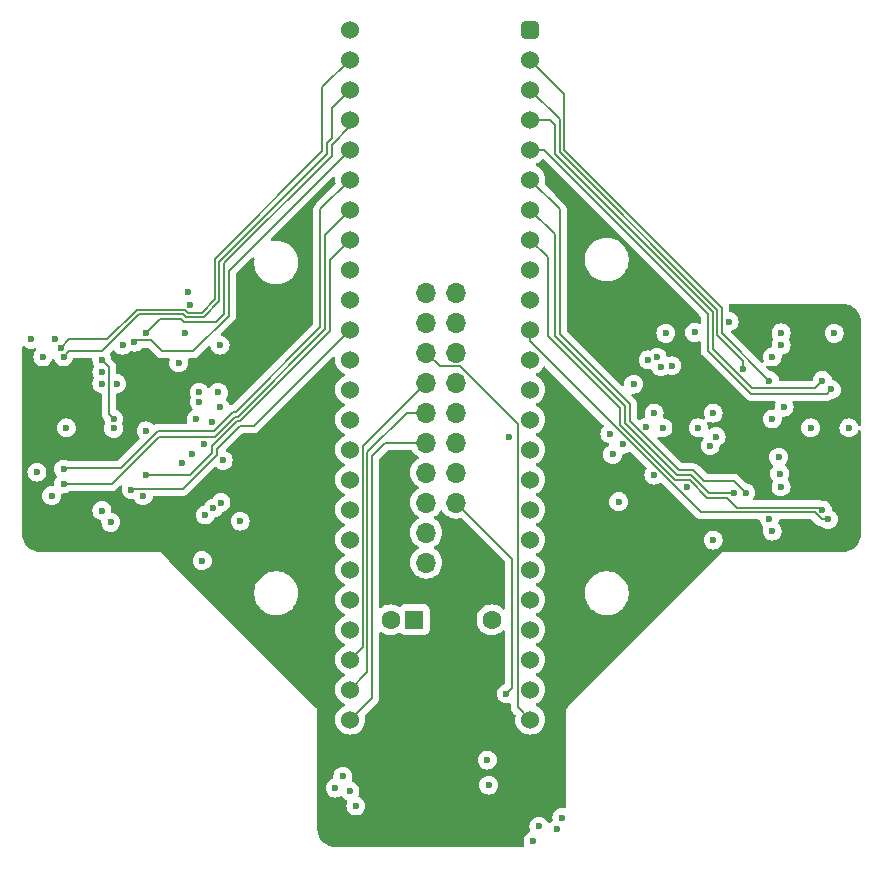
<source format=gbr>
%TF.GenerationSoftware,KiCad,Pcbnew,8.0.1*%
%TF.CreationDate,2024-04-19T02:09:13-07:00*%
%TF.ProjectId,CMOD_A7_Lower,434d4f44-5f41-4375-9f4c-6f7765722e6b,rev?*%
%TF.SameCoordinates,Original*%
%TF.FileFunction,Copper,L3,Inr*%
%TF.FilePolarity,Positive*%
%FSLAX46Y46*%
G04 Gerber Fmt 4.6, Leading zero omitted, Abs format (unit mm)*
G04 Created by KiCad (PCBNEW 8.0.1) date 2024-04-19 02:09:13*
%MOMM*%
%LPD*%
G01*
G04 APERTURE LIST*
G04 Aperture macros list*
%AMRoundRect*
0 Rectangle with rounded corners*
0 $1 Rounding radius*
0 $2 $3 $4 $5 $6 $7 $8 $9 X,Y pos of 4 corners*
0 Add a 4 corners polygon primitive as box body*
4,1,4,$2,$3,$4,$5,$6,$7,$8,$9,$2,$3,0*
0 Add four circle primitives for the rounded corners*
1,1,$1+$1,$2,$3*
1,1,$1+$1,$4,$5*
1,1,$1+$1,$6,$7*
1,1,$1+$1,$8,$9*
0 Add four rect primitives between the rounded corners*
20,1,$1+$1,$2,$3,$4,$5,0*
20,1,$1+$1,$4,$5,$6,$7,0*
20,1,$1+$1,$6,$7,$8,$9,0*
20,1,$1+$1,$8,$9,$2,$3,0*%
G04 Aperture macros list end*
%TA.AperFunction,ComponentPad*%
%ADD10R,1.600000X1.600000*%
%TD*%
%TA.AperFunction,ComponentPad*%
%ADD11C,1.600000*%
%TD*%
%TA.AperFunction,ComponentPad*%
%ADD12R,1.700000X1.700000*%
%TD*%
%TA.AperFunction,ComponentPad*%
%ADD13O,1.700000X1.700000*%
%TD*%
%TA.AperFunction,ComponentPad*%
%ADD14C,1.524000*%
%TD*%
%TA.AperFunction,ComponentPad*%
%ADD15RoundRect,0.381000X-0.381000X-0.381000X0.381000X-0.381000X0.381000X0.381000X-0.381000X0.381000X0*%
%TD*%
%TA.AperFunction,ViaPad*%
%ADD16C,0.600000*%
%TD*%
%TA.AperFunction,Conductor*%
%ADD17C,0.200000*%
%TD*%
G04 APERTURE END LIST*
D10*
%TO.N,+12V*%
%TO.C,C9*%
X88250000Y-104250000D03*
D11*
%TO.N,GND*%
X90250000Y-104250000D03*
%TD*%
D12*
%TO.N,+12V*%
%TO.C,J17*%
X87250000Y-99410000D03*
D13*
%TO.N,+3.3V*%
X84710000Y-99410000D03*
%TO.N,+12V*%
X87250000Y-96870000D03*
%TO.N,+3.3V*%
X84710000Y-96870000D03*
%TO.N,/FPGA5*%
X87250000Y-94330000D03*
%TO.N,/SDA*%
X84710000Y-94330000D03*
%TO.N,/FPGA4*%
X87250000Y-91790000D03*
%TO.N,/SCL*%
X84710000Y-91790000D03*
%TO.N,/FPGA3*%
X87250000Y-89250000D03*
%TO.N,/FPGA9*%
X84710000Y-89250000D03*
%TO.N,/FPGA2*%
X87250000Y-86710000D03*
%TO.N,/FPGA8*%
X84710000Y-86710000D03*
%TO.N,/FPGA1*%
X87250000Y-84170000D03*
%TO.N,/FPGA7*%
X84710000Y-84170000D03*
%TO.N,/FPGA0*%
X87250000Y-81630000D03*
%TO.N,/FPGA6*%
X84710000Y-81630000D03*
%TO.N,GND*%
X87250000Y-79090000D03*
X84710000Y-79090000D03*
X87250000Y-76550000D03*
X84710000Y-76550000D03*
%TD*%
D10*
%TO.N,+3.3V*%
%TO.C,C10*%
X83705113Y-104250000D03*
D11*
%TO.N,GND*%
X81705113Y-104250000D03*
%TD*%
D14*
%TO.N,/FPGA9*%
%TO.C,U5*%
X78270000Y-112700000D03*
%TO.N,/FPGA8*%
X78270000Y-110160000D03*
%TO.N,/FPGA7*%
X78270000Y-107620000D03*
%TO.N,/SDA*%
X78270000Y-105080000D03*
%TO.N,/SCL*%
X78270000Y-102540000D03*
%TO.N,/INA_10*%
X78270000Y-100000000D03*
%TO.N,/INB_10*%
X78270000Y-97460000D03*
%TO.N,/INA_11*%
X78270000Y-94920000D03*
%TO.N,/INB_11*%
X78270000Y-92380000D03*
%TO.N,/INA_00*%
X78270000Y-89840000D03*
%TO.N,/INB_00*%
X78270000Y-87300000D03*
%TO.N,/INA_01*%
X78270000Y-84760000D03*
%TO.N,/INB_01*%
X78270000Y-82220000D03*
%TO.N,/EA_11*%
X78270000Y-79680000D03*
%TO.N,unconnected-(U5-A1-Pad15)*%
X78270000Y-77140000D03*
%TO.N,unconnected-(U5-A2-Pad16)*%
X78270000Y-74600000D03*
%TO.N,/EB_11*%
X78270000Y-72060000D03*
%TO.N,/EA_10*%
X78270000Y-69520000D03*
%TO.N,/EB_10*%
X78270000Y-66980000D03*
%TO.N,/EA_01*%
X78270000Y-64440000D03*
%TO.N,/EB_01*%
X78270000Y-61900000D03*
%TO.N,/EA_00*%
X78270000Y-59360000D03*
%TO.N,/EB_00*%
X78270000Y-56820000D03*
%TO.N,+3.3V*%
X78270000Y-54280000D03*
D15*
%TO.N,GND*%
X93510000Y-54280000D03*
D14*
%TO.N,/EB_20*%
X93510000Y-56820000D03*
%TO.N,/EA_20*%
X93510000Y-59360000D03*
%TO.N,/EB_21*%
X93510000Y-61900000D03*
%TO.N,/EA_21*%
X93510000Y-64440000D03*
%TO.N,/EB_30*%
X93510000Y-66980000D03*
%TO.N,/EA_30*%
X93510000Y-69520000D03*
%TO.N,/EB_31*%
X93510000Y-72060000D03*
%TO.N,/FPGA0*%
X93510000Y-74600000D03*
%TO.N,/FPGA1*%
X93510000Y-77140000D03*
%TO.N,/EA_31*%
X93510000Y-79680000D03*
%TO.N,/INB_21*%
X93510000Y-82220000D03*
%TO.N,/INA_21*%
X93510000Y-84760000D03*
%TO.N,/INB_20*%
X93510000Y-87300000D03*
%TO.N,/INA_20*%
X93510000Y-89840000D03*
%TO.N,/INB_31*%
X93510000Y-92380000D03*
%TO.N,/INA_31*%
X93510000Y-94920000D03*
%TO.N,/INB_30*%
X93510000Y-97460000D03*
%TO.N,/INA_30*%
X93510000Y-100000000D03*
%TO.N,/FPGA2*%
X93510000Y-102540000D03*
%TO.N,/FPGA3*%
X93510000Y-105080000D03*
%TO.N,/FPGA4*%
X93510000Y-107620000D03*
%TO.N,/FPGA5*%
X93510000Y-110160000D03*
%TO.N,/FPGA6*%
X93510000Y-112700000D03*
%TD*%
D16*
%TO.N,GND*%
X114000000Y-96750000D03*
X51750000Y-91750000D03*
X54250000Y-88000000D03*
X65500000Y-85000000D03*
X51250000Y-80500000D03*
X104750000Y-88000000D03*
X64712132Y-77560662D03*
X117250000Y-88000000D03*
X109000000Y-86750000D03*
X101000000Y-94250000D03*
X115000000Y-86250000D03*
X105500000Y-82750000D03*
X58500000Y-84250000D03*
X91750000Y-88750000D03*
X61000000Y-88250000D03*
X53250000Y-80500000D03*
%TO.N,/VM0*%
X67250000Y-81000000D03*
%TO.N,/VM2*%
X104000000Y-86750000D03*
%TO.N,/VM1*%
X67506372Y-90756372D03*
%TO.N,/VM3*%
X103988603Y-92011397D03*
%TO.N,+3.3V*%
X105000000Y-80000000D03*
X59000000Y-81000000D03*
X53000000Y-93750000D03*
X60750000Y-93750000D03*
X107750000Y-88000000D03*
X114750000Y-93000000D03*
X52250000Y-82000000D03*
X106750000Y-93000000D03*
X114000000Y-82000000D03*
X65898111Y-89350000D03*
X64500000Y-76500000D03*
X119250000Y-80000000D03*
%TO.N,/MA_00*%
X63750000Y-82500000D03*
X57250000Y-84250000D03*
%TO.N,/EB_00*%
X53747017Y-81241051D03*
%TO.N,/MB_00*%
X57250000Y-83250000D03*
X64250000Y-80000000D03*
%TO.N,/EA_00*%
X54000000Y-82000000D03*
%TO.N,/EB_20*%
X113750000Y-84000000D03*
%TO.N,/EA_20*%
X111500000Y-83000000D03*
%TO.N,/EB_01*%
X61000000Y-80000000D03*
%TO.N,/EA_01*%
X60000000Y-80750000D03*
%TO.N,/EA_21*%
X119000000Y-84750000D03*
%TO.N,/MB_21*%
X114750000Y-81000000D03*
X107424265Y-79924265D03*
%TO.N,/EB_21*%
X118250000Y-84000000D03*
%TO.N,/MA_21*%
X110351472Y-79000000D03*
X114750000Y-79965533D03*
%TO.N,/EA_10*%
X54000000Y-92750000D03*
%TO.N,/EB_10*%
X54000000Y-91500000D03*
%TO.N,/MB_10*%
X57250000Y-95000000D03*
X64900000Y-90250000D03*
%TO.N,/MA_10*%
X58000000Y-96000000D03*
X64000000Y-91000000D03*
%TO.N,/EA_30*%
X110750000Y-93500000D03*
%TO.N,/EB_30*%
X111750000Y-93500000D03*
%TO.N,/EA_11*%
X59750000Y-93250000D03*
%TO.N,/EB_11*%
X61000000Y-92000000D03*
%TO.N,/EB_31*%
X118250000Y-94950000D03*
%TO.N,/MB_31*%
X108750000Y-89500000D03*
X114625000Y-91875000D03*
%TO.N,/MA_31*%
X109250000Y-88750000D03*
X114549265Y-90500000D03*
%TO.N,/EA_31*%
X118750000Y-95750000D03*
%TO.N,/SW_00*%
X57250000Y-82250000D03*
X58250000Y-87250000D03*
X77650000Y-117500000D03*
%TO.N,/SW_01*%
X58250000Y-88050003D03*
X77000000Y-118500000D03*
%TO.N,/SW_10*%
X78250000Y-118750000D03*
X65250000Y-87250000D03*
%TO.N,/SW_11*%
X65750000Y-99250000D03*
X78744954Y-120013877D03*
%TO.N,/SW_20*%
X114000000Y-87250000D03*
X93750000Y-123000000D03*
%TO.N,/SW_21*%
X95750000Y-122000000D03*
X109000000Y-97500000D03*
%TO.N,/SW_30*%
X94250000Y-121750000D03*
X120500000Y-88000000D03*
%TO.N,/SW_31*%
X96200000Y-121000000D03*
X113750000Y-95750000D03*
%TO.N,+12V*%
X98250000Y-90250000D03*
X97537500Y-80287500D03*
X75000000Y-86000000D03*
X74000000Y-96300000D03*
%TO.N,/SDA*%
X89875000Y-116125000D03*
%TO.N,/SCL*%
X90000000Y-118250000D03*
%TO.N,/INA_01*%
X67100000Y-85000000D03*
%TO.N,/INA_00*%
X66600000Y-87545074D03*
%TO.N,/INB_00*%
X67250000Y-86250000D03*
%TO.N,/INB_01*%
X65500000Y-85800003D03*
%TO.N,/INA_21*%
X104264656Y-82014058D03*
%TO.N,/INB_20*%
X103500000Y-82249231D03*
%TO.N,/INA_20*%
X102266686Y-84306205D03*
%TO.N,/INB_21*%
X104595804Y-82835664D03*
%TO.N,/INB_11*%
X67325735Y-94325735D03*
%TO.N,/INA_11*%
X66681709Y-94800324D03*
%TO.N,/INB_10*%
X66000000Y-95377423D03*
%TO.N,/INA_10*%
X68950636Y-95900000D03*
%TO.N,/INA_30*%
X100500000Y-90250000D03*
%TO.N,/INB_31*%
X103310662Y-87939338D03*
%TO.N,/INB_30*%
X101363603Y-89386397D03*
%TO.N,/INA_31*%
X100250000Y-88500000D03*
%TO.N,/FPGA5*%
X91500000Y-110500000D03*
%TD*%
D17*
%TO.N,/EB_00*%
X64552941Y-78250000D02*
X65684314Y-78250000D01*
X60184314Y-78000000D02*
X64302941Y-78000000D01*
X53747017Y-81241051D02*
X54488068Y-80500000D01*
X75910000Y-64590000D02*
X75910000Y-59180000D01*
X66800000Y-77134314D02*
X66800000Y-73700000D01*
X66800000Y-73700000D02*
X75910000Y-64590000D01*
X64302941Y-78000000D02*
X64552941Y-78250000D01*
X65684314Y-78250000D02*
X66800000Y-77134314D01*
X57684314Y-80500000D02*
X60184314Y-78000000D01*
X54488068Y-80500000D02*
X57684314Y-80500000D01*
X75910000Y-59180000D02*
X78270000Y-56820000D01*
%TO.N,/EA_00*%
X76310000Y-64808628D02*
X76310000Y-63874314D01*
X64137255Y-78400000D02*
X64387256Y-78650000D01*
X67200000Y-73918628D02*
X76310000Y-64808628D01*
X76750000Y-60880000D02*
X78270000Y-59360000D01*
X60350000Y-78400000D02*
X64137255Y-78400000D01*
X67200000Y-77300000D02*
X67200000Y-73918628D01*
X54000000Y-82000000D02*
X54500000Y-81500000D01*
X54500000Y-81500000D02*
X57250000Y-81500000D01*
X76750000Y-63434314D02*
X76750000Y-60880000D01*
X64387256Y-78650000D02*
X65849999Y-78650000D01*
X57250000Y-81500000D02*
X60350000Y-78400000D01*
X76310000Y-63874314D02*
X76750000Y-63434314D01*
X65849999Y-78650000D02*
X67200000Y-77300000D01*
%TO.N,/EB_20*%
X109751472Y-77827207D02*
X96400000Y-64475735D01*
X113750000Y-84000000D02*
X109751472Y-80001472D01*
X96400000Y-64475735D02*
X96400000Y-59710000D01*
X96400000Y-59710000D02*
X93510000Y-56820000D01*
X109751472Y-80001472D02*
X109751472Y-77827207D01*
%TO.N,/EA_20*%
X96000000Y-64641421D02*
X96000000Y-61850000D01*
X109351472Y-80167157D02*
X109351472Y-77992893D01*
X111500000Y-83000000D02*
X111500000Y-82315686D01*
X96000000Y-61850000D02*
X93510000Y-59360000D01*
X109351472Y-77992893D02*
X96000000Y-64641421D01*
X111500000Y-82315686D02*
X109351472Y-80167157D01*
%TO.N,/EB_01*%
X78270000Y-62480000D02*
X78270000Y-61900000D01*
X66884314Y-79050000D02*
X67600000Y-78334314D01*
X64221571Y-79050000D02*
X66884314Y-79050000D01*
X61000000Y-80000000D02*
X62200000Y-78800000D01*
X67600000Y-78334314D02*
X67600000Y-74084314D01*
X67600000Y-74084314D02*
X76710000Y-64974314D01*
X76710000Y-64974314D02*
X76710000Y-64040000D01*
X63971570Y-78800000D02*
X64221571Y-79050000D01*
X62200000Y-78800000D02*
X63971570Y-78800000D01*
X76710000Y-64040000D02*
X78270000Y-62480000D01*
%TO.N,/EA_01*%
X68000000Y-74710000D02*
X78270000Y-64440000D01*
X60150000Y-80600000D02*
X61400000Y-80600000D01*
X68000000Y-78500000D02*
X68000000Y-74710000D01*
X60000000Y-80750000D02*
X60150000Y-80600000D01*
X62300000Y-81500000D02*
X65000000Y-81500000D01*
X61400000Y-80600000D02*
X62300000Y-81500000D01*
X65000000Y-81500000D02*
X68000000Y-78500000D01*
%TO.N,/EA_21*%
X119000000Y-84750000D02*
X118650000Y-85100000D01*
X112185785Y-85100000D02*
X108551472Y-81465687D01*
X118650000Y-85100000D02*
X112185785Y-85100000D01*
X108551472Y-78324265D02*
X94667207Y-64440000D01*
X108551472Y-81465687D02*
X108551472Y-78324265D01*
X94667207Y-64440000D02*
X93510000Y-64440000D01*
%TO.N,/EB_21*%
X95600000Y-64807107D02*
X95600000Y-62350000D01*
X95600000Y-62350000D02*
X95150000Y-61900000D01*
X108951472Y-81300001D02*
X108951472Y-78158579D01*
X108951472Y-78158579D02*
X95600000Y-64807107D01*
X118250000Y-84000000D02*
X117650000Y-84600000D01*
X112251471Y-84600000D02*
X108951472Y-81300001D01*
X117650000Y-84600000D02*
X112251471Y-84600000D01*
X95150000Y-61900000D02*
X93510000Y-61900000D01*
%TO.N,/EA_10*%
X68515686Y-87050000D02*
X68765686Y-87050000D01*
X76150000Y-71640000D02*
X78270000Y-69520000D01*
X66815686Y-88750000D02*
X68515686Y-87050000D01*
X54000000Y-92750000D02*
X58065686Y-92750000D01*
X58065686Y-92750000D02*
X62065686Y-88750000D01*
X68765686Y-87050000D02*
X76150000Y-79665686D01*
X76150000Y-79665686D02*
X76150000Y-71640000D01*
X62065686Y-88750000D02*
X66815686Y-88750000D01*
%TO.N,/EB_10*%
X66750000Y-88250000D02*
X68350000Y-86650000D01*
X54100000Y-91400000D02*
X58850000Y-91400000D01*
X54000000Y-91500000D02*
X54100000Y-91400000D01*
X62000000Y-88250000D02*
X66750000Y-88250000D01*
X75750000Y-79500000D02*
X75750000Y-69500000D01*
X75750000Y-69500000D02*
X78270000Y-66980000D01*
X58850000Y-91400000D02*
X62000000Y-88250000D01*
X68600000Y-86650000D02*
X75750000Y-79500000D01*
X68350000Y-86650000D02*
X68600000Y-86650000D01*
%TO.N,/EA_30*%
X105957108Y-92000000D02*
X101550000Y-87592892D01*
X95600000Y-80218628D02*
X95600000Y-71610000D01*
X101550000Y-86168630D02*
X95600000Y-80218628D01*
X101550000Y-87592892D02*
X101550000Y-86168630D01*
X107164214Y-92000000D02*
X105957108Y-92000000D01*
X95600000Y-71610000D02*
X93510000Y-69520000D01*
X108664215Y-93500000D02*
X107164214Y-92000000D01*
X110750000Y-93500000D02*
X108664215Y-93500000D01*
%TO.N,/EB_30*%
X96000000Y-80052942D02*
X96000000Y-69470000D01*
X111750000Y-93500000D02*
X110750000Y-92500000D01*
X106122794Y-91600000D02*
X101950000Y-87427206D01*
X108229901Y-92500000D02*
X107329899Y-91600000D01*
X101950000Y-86002944D02*
X96000000Y-80052942D01*
X96000000Y-69470000D02*
X93510000Y-66980000D01*
X110750000Y-92500000D02*
X108229901Y-92500000D01*
X107329899Y-91600000D02*
X106122794Y-91600000D01*
X101950000Y-87427206D02*
X101950000Y-86002944D01*
%TO.N,/EA_11*%
X67000000Y-89750000D02*
X68900000Y-87850000D01*
X68900000Y-87850000D02*
X70100000Y-87850000D01*
X59750000Y-93250000D02*
X59850000Y-93150000D01*
X59850000Y-93150000D02*
X64114215Y-93150000D01*
X67000000Y-90264215D02*
X67000000Y-89750000D01*
X64114215Y-93150000D02*
X67000000Y-90264215D01*
X70100000Y-87850000D02*
X78270000Y-79680000D01*
%TO.N,/EB_11*%
X68931372Y-87450000D02*
X76550000Y-79831372D01*
X64698529Y-92000000D02*
X66600000Y-90098529D01*
X66600000Y-89531372D02*
X68681372Y-87450000D01*
X76550000Y-73780000D02*
X78270000Y-72060000D01*
X76550000Y-79831372D02*
X76550000Y-73780000D01*
X66600000Y-90098529D02*
X66600000Y-89531372D01*
X68681372Y-87450000D02*
X68931372Y-87450000D01*
X61000000Y-92000000D02*
X64698529Y-92000000D01*
%TO.N,/EB_31*%
X118250000Y-94950000D02*
X118050000Y-94750000D01*
X106998529Y-92400000D02*
X105791422Y-92400000D01*
X105791422Y-92400000D02*
X101150000Y-87758578D01*
X118050000Y-94750000D02*
X111000000Y-94750000D01*
X111000000Y-94750000D02*
X110150000Y-93900000D01*
X110150000Y-93900000D02*
X108498530Y-93900000D01*
X108498530Y-93900000D02*
X106998529Y-92400000D01*
X101150000Y-86334315D02*
X95000000Y-80184314D01*
X101150000Y-87758578D02*
X101150000Y-86334315D01*
X95000000Y-80184314D02*
X95000000Y-73550000D01*
X95000000Y-73550000D02*
X93510000Y-72060000D01*
%TO.N,/EA_31*%
X118201471Y-95750000D02*
X117601471Y-95150000D01*
X117601471Y-95150000D02*
X107975736Y-95150000D01*
X118750000Y-95750000D02*
X118201471Y-95750000D01*
X107975736Y-95150000D02*
X93510000Y-80684264D01*
X93510000Y-80684264D02*
X93510000Y-79680000D01*
%TO.N,/SW_00*%
X57850000Y-82850000D02*
X57850000Y-86850000D01*
X57250000Y-82250000D02*
X57850000Y-82850000D01*
X57850000Y-86850000D02*
X58250000Y-87250000D01*
%TO.N,/FPGA9*%
X78270000Y-112700000D02*
X80132000Y-110838000D01*
X80132000Y-90368000D02*
X81250000Y-89250000D01*
X81250000Y-89250000D02*
X84710000Y-89250000D01*
X80132000Y-110838000D02*
X80132000Y-90368000D01*
%TO.N,/FPGA5*%
X87250000Y-94330000D02*
X92000000Y-99080000D01*
X92000000Y-110000000D02*
X91500000Y-110500000D01*
X92000000Y-99080000D02*
X92000000Y-110000000D01*
%TO.N,/FPGA6*%
X92448000Y-87698000D02*
X92448000Y-111638000D01*
X84710000Y-81630000D02*
X85860000Y-82780000D01*
X92448000Y-111638000D02*
X93510000Y-112700000D01*
X87530000Y-82780000D02*
X92448000Y-87698000D01*
X85860000Y-82780000D02*
X87530000Y-82780000D01*
%TO.N,/FPGA8*%
X78270000Y-110160000D02*
X79732000Y-108698000D01*
X79732000Y-108698000D02*
X79732000Y-90018000D01*
X79732000Y-90018000D02*
X83040000Y-86710000D01*
X83040000Y-86710000D02*
X84710000Y-86710000D01*
%TO.N,/FPGA7*%
X79332000Y-89548000D02*
X84710000Y-84170000D01*
X78270000Y-107620000D02*
X79332000Y-106558000D01*
X79332000Y-106558000D02*
X79332000Y-89548000D01*
%TD*%
%TA.AperFunction,Conductor*%
%TO.N,+12V*%
G36*
X94600043Y-65237917D02*
G01*
X94644390Y-65266418D01*
X107914653Y-78536681D01*
X107948138Y-78598004D01*
X107950972Y-78624362D01*
X107950972Y-79086458D01*
X107931287Y-79153497D01*
X107878483Y-79199252D01*
X107809325Y-79209196D01*
X107780488Y-79200408D01*
X107780360Y-79200776D01*
X107603519Y-79138896D01*
X107603514Y-79138895D01*
X107424269Y-79118700D01*
X107424261Y-79118700D01*
X107245015Y-79138895D01*
X107245010Y-79138896D01*
X107074741Y-79198476D01*
X106922002Y-79294449D01*
X106794449Y-79422002D01*
X106698476Y-79574741D01*
X106638896Y-79745010D01*
X106638895Y-79745015D01*
X106618700Y-79924261D01*
X106618700Y-79924268D01*
X106638895Y-80103514D01*
X106638896Y-80103519D01*
X106698476Y-80273788D01*
X106746064Y-80349523D01*
X106794449Y-80426527D01*
X106922003Y-80554081D01*
X107012345Y-80610847D01*
X107073213Y-80649093D01*
X107074743Y-80650054D01*
X107158178Y-80679249D01*
X107245010Y-80709633D01*
X107245015Y-80709634D01*
X107424261Y-80729830D01*
X107424265Y-80729830D01*
X107424269Y-80729830D01*
X107603514Y-80709634D01*
X107603517Y-80709633D01*
X107603520Y-80709633D01*
X107773787Y-80650054D01*
X107773787Y-80650053D01*
X107780360Y-80647754D01*
X107780828Y-80649093D01*
X107842099Y-80638997D01*
X107906236Y-80666713D01*
X107945208Y-80724704D01*
X107950972Y-80762071D01*
X107950972Y-81379017D01*
X107950971Y-81379035D01*
X107950971Y-81544741D01*
X107950970Y-81544741D01*
X107962116Y-81586338D01*
X107987214Y-81680004D01*
X107991896Y-81697474D01*
X108005807Y-81721568D01*
X108005808Y-81721570D01*
X108070949Y-81834399D01*
X108070953Y-81834404D01*
X108189821Y-81953272D01*
X108189826Y-81953276D01*
X111817069Y-85580520D01*
X111817071Y-85580521D01*
X111817075Y-85580524D01*
X111953994Y-85659573D01*
X111953997Y-85659575D01*
X111954001Y-85659577D01*
X112106728Y-85700501D01*
X112106730Y-85700501D01*
X112272439Y-85700501D01*
X112272455Y-85700500D01*
X114175504Y-85700500D01*
X114242543Y-85720185D01*
X114288298Y-85772989D01*
X114298242Y-85842147D01*
X114280497Y-85890473D01*
X114274211Y-85900475D01*
X114214631Y-86070745D01*
X114214630Y-86070750D01*
X114194435Y-86249996D01*
X114194435Y-86250004D01*
X114201714Y-86314611D01*
X114189659Y-86383433D01*
X114142310Y-86434812D01*
X114074699Y-86452436D01*
X114064611Y-86451714D01*
X114000004Y-86444435D01*
X113999996Y-86444435D01*
X113820750Y-86464630D01*
X113820745Y-86464631D01*
X113650476Y-86524211D01*
X113497737Y-86620184D01*
X113370184Y-86747737D01*
X113274211Y-86900476D01*
X113214631Y-87070745D01*
X113214630Y-87070750D01*
X113194435Y-87249996D01*
X113194435Y-87250003D01*
X113214630Y-87429249D01*
X113214631Y-87429254D01*
X113274211Y-87599523D01*
X113358099Y-87733029D01*
X113370184Y-87752262D01*
X113497738Y-87879816D01*
X113543215Y-87908391D01*
X113632721Y-87964632D01*
X113650478Y-87975789D01*
X113739571Y-88006964D01*
X113820745Y-88035368D01*
X113820750Y-88035369D01*
X113999996Y-88055565D01*
X114000000Y-88055565D01*
X114000004Y-88055565D01*
X114179249Y-88035369D01*
X114179252Y-88035368D01*
X114179255Y-88035368D01*
X114280322Y-88000003D01*
X116444435Y-88000003D01*
X116464630Y-88179249D01*
X116464631Y-88179254D01*
X116524211Y-88349523D01*
X116613041Y-88490894D01*
X116620184Y-88502262D01*
X116747738Y-88629816D01*
X116900478Y-88725789D01*
X117049594Y-88777967D01*
X117070745Y-88785368D01*
X117070750Y-88785369D01*
X117249996Y-88805565D01*
X117250000Y-88805565D01*
X117250004Y-88805565D01*
X117429249Y-88785369D01*
X117429252Y-88785368D01*
X117429255Y-88785368D01*
X117599522Y-88725789D01*
X117752262Y-88629816D01*
X117879816Y-88502262D01*
X117975789Y-88349522D01*
X118035368Y-88179255D01*
X118036001Y-88173636D01*
X118055565Y-88000003D01*
X118055565Y-87999996D01*
X118035369Y-87820750D01*
X118035368Y-87820745D01*
X118008458Y-87743840D01*
X117975789Y-87650478D01*
X117975489Y-87650001D01*
X117903461Y-87535369D01*
X117879816Y-87497738D01*
X117752262Y-87370184D01*
X117712219Y-87345023D01*
X117599523Y-87274211D01*
X117429254Y-87214631D01*
X117429249Y-87214630D01*
X117250004Y-87194435D01*
X117249996Y-87194435D01*
X117070750Y-87214630D01*
X117070745Y-87214631D01*
X116900476Y-87274211D01*
X116747737Y-87370184D01*
X116620184Y-87497737D01*
X116524211Y-87650476D01*
X116464631Y-87820745D01*
X116464630Y-87820750D01*
X116444435Y-87999996D01*
X116444435Y-88000003D01*
X114280322Y-88000003D01*
X114349522Y-87975789D01*
X114502262Y-87879816D01*
X114629816Y-87752262D01*
X114725789Y-87599522D01*
X114785368Y-87429255D01*
X114790035Y-87387834D01*
X114805565Y-87250003D01*
X114805565Y-87249997D01*
X114798285Y-87185389D01*
X114810339Y-87116567D01*
X114857688Y-87065188D01*
X114925298Y-87047563D01*
X114935385Y-87048284D01*
X114960549Y-87051120D01*
X114999998Y-87055565D01*
X115000000Y-87055565D01*
X115000004Y-87055565D01*
X115179249Y-87035369D01*
X115179252Y-87035368D01*
X115179255Y-87035368D01*
X115349522Y-86975789D01*
X115502262Y-86879816D01*
X115629816Y-86752262D01*
X115725789Y-86599522D01*
X115785368Y-86429255D01*
X115788481Y-86401630D01*
X115805565Y-86250003D01*
X115805565Y-86249996D01*
X115785369Y-86070750D01*
X115785368Y-86070745D01*
X115725788Y-85900475D01*
X115719503Y-85890473D01*
X115700502Y-85823236D01*
X115720869Y-85756401D01*
X115774137Y-85711186D01*
X115824496Y-85700500D01*
X118563331Y-85700500D01*
X118563347Y-85700501D01*
X118570943Y-85700501D01*
X118729054Y-85700501D01*
X118729057Y-85700501D01*
X118881785Y-85659577D01*
X118950015Y-85620184D01*
X119018716Y-85580520D01*
X119018718Y-85580517D01*
X119025157Y-85575577D01*
X119025973Y-85576640D01*
X119079847Y-85547217D01*
X119092313Y-85545163D01*
X119179255Y-85535368D01*
X119349522Y-85475789D01*
X119502262Y-85379816D01*
X119629816Y-85252262D01*
X119725789Y-85099522D01*
X119785368Y-84929255D01*
X119785369Y-84929249D01*
X119805565Y-84750003D01*
X119805565Y-84749996D01*
X119785369Y-84570750D01*
X119785368Y-84570745D01*
X119755523Y-84485454D01*
X119725789Y-84400478D01*
X119629816Y-84247738D01*
X119502262Y-84120184D01*
X119349521Y-84024210D01*
X119179249Y-83964630D01*
X119148201Y-83961132D01*
X119083787Y-83934065D01*
X119044233Y-83876469D01*
X119038867Y-83851802D01*
X119035368Y-83820745D01*
X118975789Y-83650478D01*
X118969977Y-83641229D01*
X118931766Y-83580416D01*
X118879816Y-83497738D01*
X118752262Y-83370184D01*
X118700924Y-83337926D01*
X118599523Y-83274211D01*
X118429254Y-83214631D01*
X118429249Y-83214630D01*
X118250004Y-83194435D01*
X118249996Y-83194435D01*
X118070750Y-83214630D01*
X118070745Y-83214631D01*
X117900476Y-83274211D01*
X117747737Y-83370184D01*
X117620184Y-83497737D01*
X117524210Y-83650478D01*
X117464630Y-83820750D01*
X117456898Y-83889383D01*
X117429832Y-83953797D01*
X117372237Y-83993352D01*
X117333678Y-83999500D01*
X114666322Y-83999500D01*
X114599283Y-83979815D01*
X114553528Y-83927011D01*
X114543102Y-83889383D01*
X114535369Y-83820750D01*
X114535368Y-83820748D01*
X114535368Y-83820745D01*
X114475789Y-83650478D01*
X114379816Y-83497738D01*
X114252262Y-83370184D01*
X114200924Y-83337926D01*
X114099521Y-83274210D01*
X113929249Y-83214630D01*
X113842331Y-83204837D01*
X113777917Y-83177770D01*
X113768534Y-83169298D01*
X113534003Y-82934767D01*
X113500518Y-82873444D01*
X113505502Y-82803752D01*
X113547374Y-82747819D01*
X113612838Y-82723402D01*
X113662639Y-82730045D01*
X113820737Y-82785366D01*
X113820743Y-82785367D01*
X113820745Y-82785368D01*
X113820746Y-82785368D01*
X113820750Y-82785369D01*
X113999996Y-82805565D01*
X114000000Y-82805565D01*
X114000004Y-82805565D01*
X114179249Y-82785369D01*
X114179252Y-82785368D01*
X114179255Y-82785368D01*
X114349522Y-82725789D01*
X114502262Y-82629816D01*
X114629816Y-82502262D01*
X114725789Y-82349522D01*
X114785368Y-82179255D01*
X114786395Y-82170142D01*
X114805565Y-82000003D01*
X114805565Y-81999997D01*
X114797119Y-81925041D01*
X114809173Y-81856219D01*
X114856522Y-81804840D01*
X114906456Y-81787936D01*
X114929255Y-81785368D01*
X115099522Y-81725789D01*
X115252262Y-81629816D01*
X115379816Y-81502262D01*
X115475789Y-81349522D01*
X115535368Y-81179255D01*
X115535368Y-81179252D01*
X115535369Y-81179249D01*
X115555565Y-81000003D01*
X115555565Y-80999996D01*
X115535369Y-80820750D01*
X115535368Y-80820745D01*
X115475788Y-80650475D01*
X115411862Y-80548739D01*
X115392861Y-80481502D01*
X115411862Y-80416794D01*
X115475789Y-80315055D01*
X115535368Y-80144788D01*
X115535369Y-80144782D01*
X115551682Y-80000003D01*
X118444435Y-80000003D01*
X118464630Y-80179249D01*
X118464631Y-80179254D01*
X118524211Y-80349523D01*
X118597398Y-80465998D01*
X118620184Y-80502262D01*
X118747738Y-80629816D01*
X118900478Y-80725789D01*
X118912027Y-80729830D01*
X119070745Y-80785368D01*
X119070750Y-80785369D01*
X119249996Y-80805565D01*
X119250000Y-80805565D01*
X119250004Y-80805565D01*
X119429249Y-80785369D01*
X119429252Y-80785368D01*
X119429255Y-80785368D01*
X119599522Y-80725789D01*
X119752262Y-80629816D01*
X119879816Y-80502262D01*
X119975789Y-80349522D01*
X120035368Y-80179255D01*
X120037562Y-80159786D01*
X120055565Y-80000003D01*
X120055565Y-79999996D01*
X120035369Y-79820750D01*
X120035368Y-79820745D01*
X119991170Y-79694435D01*
X119975789Y-79650478D01*
X119879816Y-79497738D01*
X119752262Y-79370184D01*
X119697408Y-79335717D01*
X119599523Y-79274211D01*
X119429254Y-79214631D01*
X119429249Y-79214630D01*
X119250004Y-79194435D01*
X119249996Y-79194435D01*
X119070750Y-79214630D01*
X119070745Y-79214631D01*
X118900476Y-79274211D01*
X118747737Y-79370184D01*
X118620184Y-79497737D01*
X118524211Y-79650476D01*
X118464631Y-79820745D01*
X118464630Y-79820750D01*
X118444435Y-79999996D01*
X118444435Y-80000003D01*
X115551682Y-80000003D01*
X115555565Y-79965536D01*
X115555565Y-79965529D01*
X115535369Y-79786283D01*
X115535368Y-79786278D01*
X115498180Y-79680000D01*
X115475789Y-79616011D01*
X115379816Y-79463271D01*
X115252262Y-79335717D01*
X115235847Y-79325403D01*
X115099523Y-79239744D01*
X114929254Y-79180164D01*
X114929249Y-79180163D01*
X114750004Y-79159968D01*
X114749996Y-79159968D01*
X114570750Y-79180163D01*
X114570745Y-79180164D01*
X114400476Y-79239744D01*
X114247737Y-79335717D01*
X114120184Y-79463270D01*
X114024211Y-79616009D01*
X113964631Y-79786278D01*
X113964630Y-79786283D01*
X113944435Y-79965529D01*
X113944435Y-79965536D01*
X113964630Y-80144782D01*
X113964631Y-80144787D01*
X114024211Y-80315056D01*
X114088138Y-80416794D01*
X114107138Y-80484030D01*
X114088138Y-80548738D01*
X114024211Y-80650476D01*
X113964631Y-80820745D01*
X113964630Y-80820750D01*
X113944435Y-80999996D01*
X113944435Y-81000004D01*
X113952880Y-81074959D01*
X113940825Y-81143781D01*
X113893476Y-81195160D01*
X113843546Y-81212062D01*
X113820751Y-81214630D01*
X113820747Y-81214631D01*
X113650478Y-81274210D01*
X113497737Y-81370184D01*
X113370184Y-81497737D01*
X113274211Y-81650476D01*
X113214631Y-81820745D01*
X113214630Y-81820750D01*
X113194435Y-81999996D01*
X113194435Y-82000003D01*
X113214630Y-82179249D01*
X113214632Y-82179257D01*
X113269955Y-82337361D01*
X113273516Y-82407139D01*
X113238787Y-82467767D01*
X113176794Y-82499994D01*
X113107218Y-82493589D01*
X113065232Y-82465996D01*
X110562024Y-79962789D01*
X110528539Y-79901466D01*
X110533523Y-79831774D01*
X110575395Y-79775841D01*
X110608749Y-79758066D01*
X110700994Y-79725789D01*
X110853734Y-79629816D01*
X110981288Y-79502262D01*
X111077261Y-79349522D01*
X111136840Y-79179255D01*
X111139013Y-79159968D01*
X111157037Y-79000003D01*
X111157037Y-78999996D01*
X111136841Y-78820750D01*
X111136840Y-78820745D01*
X111105713Y-78731790D01*
X111077261Y-78650478D01*
X110981288Y-78497738D01*
X110853734Y-78370184D01*
X110809094Y-78342135D01*
X110700993Y-78274210D01*
X110530721Y-78214630D01*
X110462088Y-78206897D01*
X110397674Y-78179830D01*
X110358119Y-78122235D01*
X110351972Y-78083677D01*
X110351972Y-77916267D01*
X110351973Y-77916254D01*
X110351973Y-77748151D01*
X110350821Y-77743853D01*
X110327440Y-77656593D01*
X110329103Y-77586744D01*
X110368265Y-77528881D01*
X110432494Y-77501377D01*
X110447215Y-77500500D01*
X119934108Y-77500500D01*
X119995572Y-77500500D01*
X120004418Y-77500816D01*
X120204561Y-77515130D01*
X120222063Y-77517647D01*
X120413797Y-77559355D01*
X120430755Y-77564334D01*
X120610252Y-77631284D01*
X120614609Y-77632909D01*
X120630701Y-77640259D01*
X120802904Y-77734288D01*
X120817784Y-77743849D01*
X120949565Y-77842500D01*
X120974867Y-77861441D01*
X120988237Y-77873027D01*
X121126972Y-78011762D01*
X121138558Y-78025132D01*
X121182384Y-78083677D01*
X121256146Y-78182210D01*
X121265711Y-78197095D01*
X121359740Y-78369298D01*
X121367090Y-78385390D01*
X121435662Y-78569236D01*
X121440646Y-78586212D01*
X121482351Y-78777931D01*
X121484869Y-78795442D01*
X121499184Y-78995580D01*
X121499500Y-79004427D01*
X121499500Y-87702885D01*
X121479815Y-87769924D01*
X121427011Y-87815679D01*
X121357853Y-87825623D01*
X121294297Y-87796598D01*
X121258459Y-87743840D01*
X121225790Y-87650480D01*
X121225789Y-87650478D01*
X121129816Y-87497738D01*
X121002262Y-87370184D01*
X120962219Y-87345023D01*
X120849523Y-87274211D01*
X120679254Y-87214631D01*
X120679249Y-87214630D01*
X120500004Y-87194435D01*
X120499996Y-87194435D01*
X120320750Y-87214630D01*
X120320745Y-87214631D01*
X120150476Y-87274211D01*
X119997737Y-87370184D01*
X119870184Y-87497737D01*
X119774211Y-87650476D01*
X119714631Y-87820745D01*
X119714630Y-87820750D01*
X119694435Y-87999996D01*
X119694435Y-88000003D01*
X119714630Y-88179249D01*
X119714631Y-88179254D01*
X119774211Y-88349523D01*
X119863041Y-88490894D01*
X119870184Y-88502262D01*
X119997738Y-88629816D01*
X120150478Y-88725789D01*
X120299594Y-88777967D01*
X120320745Y-88785368D01*
X120320750Y-88785369D01*
X120499996Y-88805565D01*
X120500000Y-88805565D01*
X120500004Y-88805565D01*
X120679249Y-88785369D01*
X120679252Y-88785368D01*
X120679255Y-88785368D01*
X120849522Y-88725789D01*
X121002262Y-88629816D01*
X121129816Y-88502262D01*
X121225789Y-88349522D01*
X121258458Y-88256160D01*
X121299180Y-88199383D01*
X121364133Y-88173636D01*
X121432694Y-88187092D01*
X121483097Y-88235479D01*
X121499500Y-88297114D01*
X121499500Y-96995572D01*
X121499184Y-97004419D01*
X121484869Y-97204557D01*
X121482351Y-97222068D01*
X121440646Y-97413787D01*
X121435662Y-97430763D01*
X121367090Y-97614609D01*
X121359740Y-97630701D01*
X121265711Y-97802904D01*
X121256146Y-97817789D01*
X121138558Y-97974867D01*
X121126972Y-97988237D01*
X120988237Y-98126972D01*
X120974867Y-98138558D01*
X120817789Y-98256146D01*
X120802904Y-98265711D01*
X120630701Y-98359740D01*
X120614609Y-98367090D01*
X120430763Y-98435662D01*
X120413787Y-98440646D01*
X120222068Y-98482351D01*
X120204557Y-98484869D01*
X120023779Y-98497799D01*
X120004417Y-98499184D01*
X119995572Y-98499500D01*
X109934107Y-98499500D01*
X109841883Y-98524211D01*
X109841882Y-98524210D01*
X109806815Y-98533607D01*
X109806814Y-98533607D01*
X109692686Y-98599500D01*
X109692683Y-98599502D01*
X109641292Y-98650894D01*
X109599500Y-98692686D01*
X109599498Y-98692688D01*
X103140818Y-105151368D01*
X96675245Y-111616940D01*
X96675244Y-111616940D01*
X96675245Y-111616941D01*
X96599500Y-111692686D01*
X96533608Y-111806812D01*
X96499500Y-111934108D01*
X96499500Y-120089424D01*
X96479815Y-120156463D01*
X96427011Y-120202218D01*
X96361617Y-120212644D01*
X96200004Y-120194435D01*
X96199996Y-120194435D01*
X96020750Y-120214630D01*
X96020745Y-120214631D01*
X95850476Y-120274211D01*
X95697737Y-120370184D01*
X95570184Y-120497737D01*
X95474211Y-120650476D01*
X95414631Y-120820745D01*
X95414630Y-120820750D01*
X95394435Y-120999996D01*
X95394435Y-121000003D01*
X95414963Y-121182203D01*
X95402908Y-121251025D01*
X95357716Y-121301079D01*
X95247740Y-121370182D01*
X95177912Y-121440010D01*
X95116588Y-121473494D01*
X95046897Y-121468509D01*
X94990963Y-121426638D01*
X94978510Y-121406128D01*
X94975789Y-121400477D01*
X94879815Y-121247737D01*
X94752262Y-121120184D01*
X94599523Y-121024211D01*
X94429254Y-120964631D01*
X94429249Y-120964630D01*
X94250004Y-120944435D01*
X94249996Y-120944435D01*
X94070750Y-120964630D01*
X94070745Y-120964631D01*
X93900476Y-121024211D01*
X93747737Y-121120184D01*
X93620184Y-121247737D01*
X93524211Y-121400476D01*
X93464631Y-121570745D01*
X93464630Y-121570750D01*
X93444435Y-121749996D01*
X93444435Y-121750003D01*
X93464630Y-121929249D01*
X93464631Y-121929254D01*
X93524217Y-122099539D01*
X93527778Y-122169318D01*
X93493049Y-122229946D01*
X93448131Y-122257535D01*
X93400479Y-122274209D01*
X93247737Y-122370184D01*
X93120184Y-122497737D01*
X93024211Y-122650476D01*
X92964631Y-122820745D01*
X92964630Y-122820750D01*
X92944435Y-122999996D01*
X92944435Y-123000003D01*
X92964630Y-123179249D01*
X92964632Y-123179257D01*
X93018970Y-123334546D01*
X93022531Y-123404324D01*
X92987802Y-123464952D01*
X92925809Y-123497179D01*
X92901928Y-123499500D01*
X77004428Y-123499500D01*
X76995582Y-123499184D01*
X76967549Y-123497179D01*
X76795442Y-123484869D01*
X76777931Y-123482351D01*
X76586212Y-123440646D01*
X76569236Y-123435662D01*
X76385390Y-123367090D01*
X76369298Y-123359740D01*
X76197095Y-123265711D01*
X76182210Y-123256146D01*
X76079496Y-123179255D01*
X76025132Y-123138558D01*
X76011762Y-123126972D01*
X75873027Y-122988237D01*
X75861441Y-122974867D01*
X75817381Y-122916010D01*
X75743849Y-122817784D01*
X75734288Y-122802904D01*
X75640259Y-122630701D01*
X75632909Y-122614609D01*
X75620254Y-122580681D01*
X75564334Y-122430755D01*
X75559355Y-122413797D01*
X75517647Y-122222063D01*
X75515130Y-122204556D01*
X75513320Y-122179255D01*
X75500816Y-122004418D01*
X75500500Y-121995572D01*
X75500500Y-118500003D01*
X76194435Y-118500003D01*
X76214630Y-118679249D01*
X76214631Y-118679254D01*
X76274211Y-118849523D01*
X76353549Y-118975788D01*
X76370184Y-119002262D01*
X76497738Y-119129816D01*
X76543110Y-119158325D01*
X76649871Y-119225408D01*
X76650478Y-119225789D01*
X76780204Y-119271182D01*
X76820745Y-119285368D01*
X76820750Y-119285369D01*
X76999996Y-119305565D01*
X77000000Y-119305565D01*
X77000004Y-119305565D01*
X77179249Y-119285369D01*
X77179252Y-119285368D01*
X77179255Y-119285368D01*
X77349522Y-119225789D01*
X77350129Y-119225408D01*
X77426650Y-119177326D01*
X77493887Y-119158325D01*
X77560722Y-119178692D01*
X77597616Y-119216346D01*
X77620182Y-119252260D01*
X77620184Y-119252262D01*
X77747738Y-119379816D01*
X77754494Y-119384061D01*
X77900480Y-119475790D01*
X77948792Y-119492696D01*
X78005568Y-119533417D01*
X78031315Y-119598370D01*
X78020649Y-119657498D01*
X78021464Y-119657783D01*
X78019677Y-119662889D01*
X78019562Y-119663528D01*
X78019165Y-119664351D01*
X77959587Y-119834614D01*
X77959584Y-119834627D01*
X77939389Y-120013873D01*
X77939389Y-120013880D01*
X77959584Y-120193126D01*
X77959585Y-120193131D01*
X78019165Y-120363400D01*
X78023428Y-120370184D01*
X78115138Y-120516139D01*
X78242692Y-120643693D01*
X78395432Y-120739666D01*
X78565699Y-120799245D01*
X78565704Y-120799246D01*
X78744950Y-120819442D01*
X78744954Y-120819442D01*
X78744958Y-120819442D01*
X78924203Y-120799246D01*
X78924206Y-120799245D01*
X78924209Y-120799245D01*
X79094476Y-120739666D01*
X79247216Y-120643693D01*
X79374770Y-120516139D01*
X79470743Y-120363399D01*
X79530322Y-120193132D01*
X79550519Y-120013877D01*
X79530322Y-119834622D01*
X79470743Y-119664355D01*
X79470740Y-119664351D01*
X79374769Y-119511614D01*
X79247216Y-119384061D01*
X79094475Y-119288087D01*
X79046162Y-119271182D01*
X78989386Y-119230460D01*
X78963638Y-119165507D01*
X78974307Y-119106381D01*
X78973489Y-119106095D01*
X78975286Y-119100957D01*
X78975400Y-119100330D01*
X78975788Y-119099523D01*
X78975789Y-119099522D01*
X79035368Y-118929255D01*
X79035369Y-118929249D01*
X79055565Y-118750003D01*
X79055565Y-118749996D01*
X79035369Y-118570750D01*
X79035368Y-118570745D01*
X79010612Y-118499996D01*
X78975789Y-118400478D01*
X78881239Y-118250003D01*
X89194435Y-118250003D01*
X89214630Y-118429249D01*
X89214631Y-118429254D01*
X89274211Y-118599523D01*
X89368760Y-118749996D01*
X89370184Y-118752262D01*
X89497738Y-118879816D01*
X89650478Y-118975789D01*
X89820745Y-119035368D01*
X89820750Y-119035369D01*
X89999996Y-119055565D01*
X90000000Y-119055565D01*
X90000004Y-119055565D01*
X90179249Y-119035369D01*
X90179252Y-119035368D01*
X90179255Y-119035368D01*
X90349522Y-118975789D01*
X90502262Y-118879816D01*
X90629816Y-118752262D01*
X90725789Y-118599522D01*
X90785368Y-118429255D01*
X90785369Y-118429249D01*
X90805565Y-118250003D01*
X90805565Y-118249996D01*
X90785369Y-118070750D01*
X90785368Y-118070745D01*
X90748237Y-117964632D01*
X90725789Y-117900478D01*
X90629816Y-117747738D01*
X90502262Y-117620184D01*
X90349523Y-117524211D01*
X90179254Y-117464631D01*
X90179249Y-117464630D01*
X90000004Y-117444435D01*
X89999996Y-117444435D01*
X89820750Y-117464630D01*
X89820745Y-117464631D01*
X89650476Y-117524211D01*
X89497737Y-117620184D01*
X89370184Y-117747737D01*
X89274211Y-117900476D01*
X89214631Y-118070745D01*
X89214630Y-118070750D01*
X89194435Y-118249996D01*
X89194435Y-118250003D01*
X78881239Y-118250003D01*
X78879816Y-118247738D01*
X78752262Y-118120184D01*
X78599523Y-118024211D01*
X78462777Y-117976362D01*
X78406001Y-117935640D01*
X78380254Y-117870687D01*
X78386690Y-117818366D01*
X78435368Y-117679255D01*
X78435369Y-117679249D01*
X78455565Y-117500003D01*
X78455565Y-117499996D01*
X78435369Y-117320750D01*
X78435368Y-117320745D01*
X78375788Y-117150476D01*
X78279815Y-116997737D01*
X78152262Y-116870184D01*
X77999523Y-116774211D01*
X77829254Y-116714631D01*
X77829249Y-116714630D01*
X77650004Y-116694435D01*
X77649996Y-116694435D01*
X77470750Y-116714630D01*
X77470745Y-116714631D01*
X77300476Y-116774211D01*
X77147737Y-116870184D01*
X77020184Y-116997737D01*
X76924211Y-117150476D01*
X76864631Y-117320745D01*
X76864630Y-117320750D01*
X76844435Y-117499996D01*
X76844435Y-117500005D01*
X76855729Y-117600252D01*
X76843674Y-117669073D01*
X76796324Y-117720452D01*
X76773464Y-117731175D01*
X76650480Y-117774209D01*
X76497737Y-117870184D01*
X76370184Y-117997737D01*
X76274211Y-118150476D01*
X76214631Y-118320745D01*
X76214630Y-118320750D01*
X76194435Y-118499996D01*
X76194435Y-118500003D01*
X75500500Y-118500003D01*
X75500500Y-116125003D01*
X89069435Y-116125003D01*
X89089630Y-116304249D01*
X89089631Y-116304254D01*
X89149211Y-116474523D01*
X89245184Y-116627262D01*
X89372738Y-116754816D01*
X89525478Y-116850789D01*
X89580906Y-116870184D01*
X89695745Y-116910368D01*
X89695750Y-116910369D01*
X89874996Y-116930565D01*
X89875000Y-116930565D01*
X89875004Y-116930565D01*
X90054249Y-116910369D01*
X90054252Y-116910368D01*
X90054255Y-116910368D01*
X90224522Y-116850789D01*
X90377262Y-116754816D01*
X90504816Y-116627262D01*
X90600789Y-116474522D01*
X90660368Y-116304255D01*
X90680565Y-116125000D01*
X90660368Y-115945745D01*
X90600789Y-115775478D01*
X90504816Y-115622738D01*
X90377262Y-115495184D01*
X90224523Y-115399211D01*
X90054254Y-115339631D01*
X90054249Y-115339630D01*
X89875004Y-115319435D01*
X89874996Y-115319435D01*
X89695750Y-115339630D01*
X89695745Y-115339631D01*
X89525476Y-115399211D01*
X89372737Y-115495184D01*
X89245184Y-115622737D01*
X89149211Y-115775476D01*
X89089631Y-115945745D01*
X89089630Y-115945750D01*
X89069435Y-116124996D01*
X89069435Y-116125003D01*
X75500500Y-116125003D01*
X75500500Y-111934109D01*
X75487443Y-111885380D01*
X75487443Y-111885378D01*
X75466393Y-111806815D01*
X75421566Y-111729174D01*
X75421566Y-111729173D01*
X75400502Y-111692689D01*
X75400501Y-111692688D01*
X75400500Y-111692686D01*
X75307314Y-111599500D01*
X75307313Y-111599499D01*
X75302983Y-111595169D01*
X75302972Y-111595159D01*
X68805696Y-105097883D01*
X65829102Y-102121288D01*
X70149500Y-102121288D01*
X70181161Y-102361785D01*
X70243947Y-102596104D01*
X70311864Y-102760070D01*
X70336776Y-102820212D01*
X70458064Y-103030289D01*
X70458066Y-103030292D01*
X70458067Y-103030293D01*
X70605733Y-103222736D01*
X70605739Y-103222743D01*
X70777256Y-103394260D01*
X70777263Y-103394266D01*
X70798886Y-103410858D01*
X70969711Y-103541936D01*
X71179788Y-103663224D01*
X71403900Y-103756054D01*
X71638211Y-103818838D01*
X71818586Y-103842584D01*
X71878711Y-103850500D01*
X71878712Y-103850500D01*
X72121289Y-103850500D01*
X72169388Y-103844167D01*
X72361789Y-103818838D01*
X72596100Y-103756054D01*
X72820212Y-103663224D01*
X73030289Y-103541936D01*
X73222738Y-103394265D01*
X73394265Y-103222738D01*
X73541936Y-103030289D01*
X73663224Y-102820212D01*
X73756054Y-102596100D01*
X73818838Y-102361789D01*
X73850500Y-102121288D01*
X73850500Y-101878712D01*
X73818838Y-101638211D01*
X73756054Y-101403900D01*
X73663224Y-101179788D01*
X73541936Y-100969711D01*
X73394265Y-100777262D01*
X73394260Y-100777256D01*
X73222743Y-100605739D01*
X73222736Y-100605733D01*
X73030293Y-100458067D01*
X73030292Y-100458066D01*
X73030289Y-100458064D01*
X72820212Y-100336776D01*
X72820205Y-100336773D01*
X72596104Y-100243947D01*
X72361785Y-100181161D01*
X72121289Y-100149500D01*
X72121288Y-100149500D01*
X71878712Y-100149500D01*
X71878711Y-100149500D01*
X71638214Y-100181161D01*
X71403895Y-100243947D01*
X71179794Y-100336773D01*
X71179785Y-100336777D01*
X71012352Y-100433445D01*
X70986289Y-100448493D01*
X70969706Y-100458067D01*
X70777263Y-100605733D01*
X70777256Y-100605739D01*
X70605739Y-100777256D01*
X70605733Y-100777263D01*
X70458067Y-100969706D01*
X70458064Y-100969710D01*
X70458064Y-100969711D01*
X70457420Y-100970826D01*
X70336777Y-101179785D01*
X70336773Y-101179794D01*
X70243947Y-101403895D01*
X70181161Y-101638214D01*
X70149500Y-101878711D01*
X70149500Y-102121288D01*
X65829102Y-102121288D01*
X62957817Y-99250003D01*
X64944435Y-99250003D01*
X64964630Y-99429249D01*
X64964631Y-99429254D01*
X65024211Y-99599523D01*
X65053040Y-99645403D01*
X65120184Y-99752262D01*
X65247738Y-99879816D01*
X65400478Y-99975789D01*
X65469675Y-100000002D01*
X65570745Y-100035368D01*
X65570750Y-100035369D01*
X65749996Y-100055565D01*
X65750000Y-100055565D01*
X65750004Y-100055565D01*
X65929249Y-100035369D01*
X65929252Y-100035368D01*
X65929255Y-100035368D01*
X66099522Y-99975789D01*
X66252262Y-99879816D01*
X66379816Y-99752262D01*
X66475789Y-99599522D01*
X66535368Y-99429255D01*
X66535369Y-99429249D01*
X66555565Y-99250003D01*
X66555565Y-99249996D01*
X66535369Y-99070750D01*
X66535368Y-99070745D01*
X66476485Y-98902468D01*
X66475789Y-98900478D01*
X66379816Y-98747738D01*
X66252262Y-98620184D01*
X66152557Y-98557535D01*
X66099523Y-98524211D01*
X65929254Y-98464631D01*
X65929249Y-98464630D01*
X65750004Y-98444435D01*
X65749996Y-98444435D01*
X65570750Y-98464630D01*
X65570745Y-98464631D01*
X65400476Y-98524211D01*
X65247737Y-98620184D01*
X65120184Y-98747737D01*
X65024211Y-98900476D01*
X64964631Y-99070745D01*
X64964630Y-99070750D01*
X64944435Y-99249996D01*
X64944435Y-99250003D01*
X62957817Y-99250003D01*
X62307314Y-98599500D01*
X62201831Y-98538599D01*
X62193187Y-98533608D01*
X62129539Y-98516554D01*
X62065892Y-98499500D01*
X62065891Y-98499500D01*
X52004428Y-98499500D01*
X51995582Y-98499184D01*
X51973622Y-98497613D01*
X51795442Y-98484869D01*
X51777931Y-98482351D01*
X51586212Y-98440646D01*
X51569236Y-98435662D01*
X51385390Y-98367090D01*
X51369298Y-98359740D01*
X51197095Y-98265711D01*
X51182210Y-98256146D01*
X51140410Y-98224855D01*
X51025132Y-98138558D01*
X51011762Y-98126972D01*
X50873027Y-97988237D01*
X50861441Y-97974867D01*
X50743849Y-97817784D01*
X50734288Y-97802904D01*
X50640259Y-97630701D01*
X50632909Y-97614609D01*
X50564334Y-97430755D01*
X50559355Y-97413797D01*
X50517647Y-97222063D01*
X50515130Y-97204556D01*
X50511262Y-97150478D01*
X50500816Y-97004418D01*
X50500500Y-96995572D01*
X50500500Y-95000003D01*
X56444435Y-95000003D01*
X56464630Y-95179249D01*
X56464631Y-95179254D01*
X56524211Y-95349523D01*
X56617341Y-95497737D01*
X56620184Y-95502262D01*
X56747738Y-95629816D01*
X56900478Y-95725789D01*
X57070745Y-95785368D01*
X57093543Y-95787936D01*
X57157956Y-95815002D01*
X57197512Y-95872597D01*
X57202880Y-95925040D01*
X57194435Y-95999995D01*
X57194435Y-96000003D01*
X57214630Y-96179249D01*
X57214631Y-96179254D01*
X57274211Y-96349523D01*
X57312847Y-96411011D01*
X57370184Y-96502262D01*
X57497738Y-96629816D01*
X57522508Y-96645380D01*
X57632721Y-96714632D01*
X57650478Y-96725789D01*
X57719678Y-96750003D01*
X57820745Y-96785368D01*
X57820750Y-96785369D01*
X57999996Y-96805565D01*
X58000000Y-96805565D01*
X58000004Y-96805565D01*
X58179249Y-96785369D01*
X58179252Y-96785368D01*
X58179255Y-96785368D01*
X58349522Y-96725789D01*
X58502262Y-96629816D01*
X58629816Y-96502262D01*
X58725789Y-96349522D01*
X58785368Y-96179255D01*
X58785369Y-96179249D01*
X58805565Y-96000003D01*
X58805565Y-95999996D01*
X58785369Y-95820750D01*
X58785368Y-95820745D01*
X58762939Y-95756648D01*
X58725789Y-95650478D01*
X58723602Y-95646998D01*
X58679934Y-95577500D01*
X58629816Y-95497738D01*
X58509504Y-95377426D01*
X65194435Y-95377426D01*
X65214630Y-95556672D01*
X65214631Y-95556677D01*
X65274211Y-95726946D01*
X65339908Y-95831501D01*
X65370184Y-95879685D01*
X65497738Y-96007239D01*
X65588080Y-96064005D01*
X65644603Y-96099521D01*
X65650478Y-96103212D01*
X65704557Y-96122135D01*
X65820745Y-96162791D01*
X65820750Y-96162792D01*
X65999996Y-96182988D01*
X66000000Y-96182988D01*
X66000004Y-96182988D01*
X66179249Y-96162792D01*
X66179252Y-96162791D01*
X66179255Y-96162791D01*
X66349522Y-96103212D01*
X66502262Y-96007239D01*
X66609498Y-95900003D01*
X68145071Y-95900003D01*
X68165266Y-96079249D01*
X68165267Y-96079254D01*
X68224847Y-96249523D01*
X68306715Y-96379814D01*
X68320820Y-96402262D01*
X68448374Y-96529816D01*
X68601114Y-96625789D01*
X68657102Y-96645380D01*
X68771381Y-96685368D01*
X68771386Y-96685369D01*
X68950632Y-96705565D01*
X68950636Y-96705565D01*
X68950640Y-96705565D01*
X69129885Y-96685369D01*
X69129888Y-96685368D01*
X69129891Y-96685368D01*
X69300158Y-96625789D01*
X69452898Y-96529816D01*
X69580452Y-96402262D01*
X69676425Y-96249522D01*
X69736004Y-96079255D01*
X69736005Y-96079249D01*
X69756201Y-95900003D01*
X69756201Y-95899996D01*
X69736005Y-95720750D01*
X69736004Y-95720745D01*
X69723727Y-95685659D01*
X69676425Y-95550478D01*
X69661115Y-95526113D01*
X69637218Y-95488080D01*
X69580452Y-95397738D01*
X69452898Y-95270184D01*
X69300159Y-95174211D01*
X69129890Y-95114631D01*
X69129885Y-95114630D01*
X68950640Y-95094435D01*
X68950632Y-95094435D01*
X68771386Y-95114630D01*
X68771381Y-95114631D01*
X68601112Y-95174211D01*
X68448373Y-95270184D01*
X68320820Y-95397737D01*
X68224847Y-95550476D01*
X68165267Y-95720745D01*
X68165266Y-95720750D01*
X68145071Y-95899996D01*
X68145071Y-95900003D01*
X66609498Y-95900003D01*
X66629816Y-95879685D01*
X66725789Y-95726945D01*
X66745962Y-95669290D01*
X66786683Y-95612516D01*
X66849125Y-95587025D01*
X66860964Y-95585692D01*
X67031231Y-95526113D01*
X67183971Y-95430140D01*
X67311525Y-95302586D01*
X67394499Y-95170532D01*
X67446831Y-95124244D01*
X67485607Y-95113286D01*
X67504990Y-95111103D01*
X67675257Y-95051524D01*
X67827997Y-94955551D01*
X67955551Y-94827997D01*
X68051524Y-94675257D01*
X68111103Y-94504990D01*
X68111920Y-94497738D01*
X68131300Y-94325738D01*
X68131300Y-94325731D01*
X68111104Y-94146485D01*
X68111103Y-94146480D01*
X68092947Y-94094592D01*
X68051524Y-93976213D01*
X68041039Y-93959527D01*
X67990953Y-93879815D01*
X67955551Y-93823473D01*
X67827997Y-93695919D01*
X67811239Y-93685389D01*
X67675258Y-93599946D01*
X67504989Y-93540366D01*
X67504984Y-93540365D01*
X67325739Y-93520170D01*
X67325731Y-93520170D01*
X67146485Y-93540365D01*
X67146480Y-93540366D01*
X66976211Y-93599946D01*
X66823472Y-93695919D01*
X66695919Y-93823472D01*
X66612946Y-93955523D01*
X66560611Y-94001814D01*
X66521838Y-94012771D01*
X66502459Y-94014954D01*
X66332187Y-94074534D01*
X66179446Y-94170508D01*
X66051893Y-94298061D01*
X65955921Y-94450799D01*
X65935745Y-94508456D01*
X65895022Y-94565231D01*
X65832594Y-94590719D01*
X65820749Y-94592054D01*
X65820746Y-94592054D01*
X65820745Y-94592055D01*
X65772129Y-94609066D01*
X65650478Y-94651633D01*
X65497737Y-94747607D01*
X65370184Y-94875160D01*
X65274211Y-95027899D01*
X65214631Y-95198168D01*
X65214630Y-95198173D01*
X65194435Y-95377419D01*
X65194435Y-95377426D01*
X58509504Y-95377426D01*
X58502262Y-95370184D01*
X58394681Y-95302586D01*
X58349523Y-95274211D01*
X58179253Y-95214631D01*
X58156453Y-95212062D01*
X58092040Y-95184994D01*
X58052486Y-95127399D01*
X58047119Y-95074958D01*
X58055565Y-95000002D01*
X58055565Y-94999996D01*
X58035369Y-94820750D01*
X58035368Y-94820745D01*
X57993095Y-94699937D01*
X57975789Y-94650478D01*
X57879816Y-94497738D01*
X57752262Y-94370184D01*
X57637481Y-94298062D01*
X57599523Y-94274211D01*
X57429254Y-94214631D01*
X57429249Y-94214630D01*
X57250004Y-94194435D01*
X57249996Y-94194435D01*
X57070750Y-94214630D01*
X57070745Y-94214631D01*
X56900476Y-94274211D01*
X56747737Y-94370184D01*
X56620184Y-94497737D01*
X56524211Y-94650476D01*
X56464631Y-94820745D01*
X56464630Y-94820750D01*
X56444435Y-94999996D01*
X56444435Y-95000003D01*
X50500500Y-95000003D01*
X50500500Y-91750003D01*
X50944435Y-91750003D01*
X50964630Y-91929249D01*
X50964631Y-91929254D01*
X51024211Y-92099523D01*
X51102751Y-92224518D01*
X51120184Y-92252262D01*
X51247738Y-92379816D01*
X51331134Y-92432217D01*
X51387817Y-92467834D01*
X51400478Y-92475789D01*
X51538860Y-92524211D01*
X51570745Y-92535368D01*
X51570750Y-92535369D01*
X51749996Y-92555565D01*
X51750000Y-92555565D01*
X51750004Y-92555565D01*
X51929249Y-92535369D01*
X51929252Y-92535368D01*
X51929255Y-92535368D01*
X52099522Y-92475789D01*
X52252262Y-92379816D01*
X52379816Y-92252262D01*
X52475789Y-92099522D01*
X52535368Y-91929255D01*
X52538721Y-91899499D01*
X52555565Y-91750003D01*
X52555565Y-91749996D01*
X52535369Y-91570750D01*
X52535368Y-91570745D01*
X52475788Y-91400476D01*
X52429202Y-91326335D01*
X52379816Y-91247738D01*
X52252262Y-91120184D01*
X52139421Y-91049281D01*
X52099523Y-91024211D01*
X51929254Y-90964631D01*
X51929249Y-90964630D01*
X51750004Y-90944435D01*
X51749996Y-90944435D01*
X51570750Y-90964630D01*
X51570745Y-90964631D01*
X51400476Y-91024211D01*
X51247737Y-91120184D01*
X51120184Y-91247737D01*
X51024211Y-91400476D01*
X50964631Y-91570745D01*
X50964630Y-91570750D01*
X50944435Y-91749996D01*
X50944435Y-91750003D01*
X50500500Y-91750003D01*
X50500500Y-88000003D01*
X53444435Y-88000003D01*
X53464630Y-88179249D01*
X53464631Y-88179254D01*
X53524211Y-88349523D01*
X53613041Y-88490894D01*
X53620184Y-88502262D01*
X53747738Y-88629816D01*
X53900478Y-88725789D01*
X54049594Y-88777967D01*
X54070745Y-88785368D01*
X54070750Y-88785369D01*
X54249996Y-88805565D01*
X54250000Y-88805565D01*
X54250004Y-88805565D01*
X54429249Y-88785369D01*
X54429252Y-88785368D01*
X54429255Y-88785368D01*
X54599522Y-88725789D01*
X54752262Y-88629816D01*
X54879816Y-88502262D01*
X54975789Y-88349522D01*
X55035368Y-88179255D01*
X55036001Y-88173636D01*
X55055565Y-88000003D01*
X55055565Y-87999996D01*
X55035369Y-87820750D01*
X55035368Y-87820745D01*
X55008458Y-87743840D01*
X54975789Y-87650478D01*
X54975489Y-87650001D01*
X54903461Y-87535369D01*
X54879816Y-87497738D01*
X54752262Y-87370184D01*
X54712219Y-87345023D01*
X54599523Y-87274211D01*
X54429254Y-87214631D01*
X54429249Y-87214630D01*
X54250004Y-87194435D01*
X54249996Y-87194435D01*
X54070750Y-87214630D01*
X54070745Y-87214631D01*
X53900476Y-87274211D01*
X53747737Y-87370184D01*
X53620184Y-87497737D01*
X53524211Y-87650476D01*
X53464631Y-87820745D01*
X53464630Y-87820750D01*
X53444435Y-87999996D01*
X53444435Y-88000003D01*
X50500500Y-88000003D01*
X50500500Y-81181940D01*
X50520185Y-81114901D01*
X50572989Y-81069146D01*
X50642147Y-81059202D01*
X50705703Y-81088227D01*
X50712181Y-81094259D01*
X50747738Y-81129816D01*
X50825328Y-81178569D01*
X50893029Y-81221109D01*
X50900478Y-81225789D01*
X50995158Y-81258919D01*
X51070745Y-81285368D01*
X51070750Y-81285369D01*
X51249996Y-81305565D01*
X51250000Y-81305565D01*
X51250004Y-81305565D01*
X51429249Y-81285369D01*
X51429251Y-81285368D01*
X51429255Y-81285368D01*
X51429258Y-81285366D01*
X51429262Y-81285366D01*
X51536840Y-81247723D01*
X51606619Y-81244161D01*
X51667246Y-81278889D01*
X51699474Y-81340883D01*
X51693069Y-81410458D01*
X51665477Y-81452444D01*
X51620184Y-81497737D01*
X51524211Y-81650476D01*
X51464631Y-81820745D01*
X51464630Y-81820750D01*
X51444435Y-81999996D01*
X51444435Y-82000003D01*
X51464630Y-82179249D01*
X51464631Y-82179254D01*
X51524211Y-82349523D01*
X51614734Y-82493589D01*
X51620184Y-82502262D01*
X51747738Y-82629816D01*
X51900478Y-82725789D01*
X52070739Y-82785366D01*
X52070745Y-82785368D01*
X52070750Y-82785369D01*
X52249996Y-82805565D01*
X52250000Y-82805565D01*
X52250004Y-82805565D01*
X52429249Y-82785369D01*
X52429252Y-82785368D01*
X52429255Y-82785368D01*
X52599522Y-82725789D01*
X52752262Y-82629816D01*
X52879816Y-82502262D01*
X52975789Y-82349522D01*
X53007958Y-82257587D01*
X53048680Y-82200812D01*
X53113633Y-82175065D01*
X53182194Y-82188521D01*
X53232597Y-82236908D01*
X53242042Y-82257588D01*
X53274211Y-82349523D01*
X53364734Y-82493589D01*
X53370184Y-82502262D01*
X53497738Y-82629816D01*
X53650478Y-82725789D01*
X53820739Y-82785366D01*
X53820745Y-82785368D01*
X53820750Y-82785369D01*
X53999996Y-82805565D01*
X54000000Y-82805565D01*
X54000004Y-82805565D01*
X54179249Y-82785369D01*
X54179252Y-82785368D01*
X54179255Y-82785368D01*
X54349522Y-82725789D01*
X54502262Y-82629816D01*
X54629816Y-82502262D01*
X54725789Y-82349522D01*
X54783867Y-82183545D01*
X54824589Y-82126769D01*
X54889542Y-82101022D01*
X54900909Y-82100500D01*
X56322524Y-82100500D01*
X56389563Y-82120185D01*
X56435318Y-82172989D01*
X56445744Y-82238386D01*
X56444435Y-82250001D01*
X56444435Y-82250003D01*
X56464630Y-82429249D01*
X56464633Y-82429262D01*
X56524209Y-82599520D01*
X56577309Y-82684029D01*
X56596309Y-82751266D01*
X56577309Y-82815971D01*
X56524209Y-82900479D01*
X56464633Y-83070737D01*
X56464630Y-83070750D01*
X56444435Y-83249996D01*
X56444435Y-83250003D01*
X56464630Y-83429249D01*
X56464633Y-83429262D01*
X56524209Y-83599520D01*
X56577309Y-83684029D01*
X56596309Y-83751266D01*
X56577309Y-83815971D01*
X56524209Y-83900479D01*
X56464633Y-84070737D01*
X56464630Y-84070750D01*
X56444435Y-84249996D01*
X56444435Y-84250003D01*
X56464630Y-84429249D01*
X56464631Y-84429254D01*
X56524211Y-84599523D01*
X56597016Y-84715391D01*
X56620184Y-84752262D01*
X56747738Y-84879816D01*
X56900478Y-84975789D01*
X57070745Y-85035368D01*
X57139384Y-85043101D01*
X57203796Y-85070166D01*
X57243352Y-85127760D01*
X57249500Y-85166321D01*
X57249500Y-86763330D01*
X57249499Y-86763348D01*
X57249499Y-86929054D01*
X57249498Y-86929054D01*
X57290423Y-87081786D01*
X57300663Y-87099520D01*
X57300665Y-87099525D01*
X57369475Y-87218709D01*
X57369481Y-87218717D01*
X57419298Y-87268534D01*
X57452783Y-87329857D01*
X57454837Y-87342331D01*
X57464630Y-87429249D01*
X57464631Y-87429254D01*
X57464632Y-87429255D01*
X57469944Y-87444435D01*
X57526511Y-87606095D01*
X57524367Y-87606845D01*
X57533960Y-87665161D01*
X57525612Y-87693595D01*
X57526510Y-87693909D01*
X57464633Y-87870740D01*
X57464630Y-87870753D01*
X57444435Y-88049999D01*
X57444435Y-88050006D01*
X57464630Y-88229252D01*
X57464631Y-88229257D01*
X57524211Y-88399526D01*
X57588685Y-88502135D01*
X57620184Y-88552265D01*
X57747738Y-88679819D01*
X57820897Y-88725788D01*
X57897961Y-88774211D01*
X57900478Y-88775792D01*
X58015446Y-88816021D01*
X58070745Y-88835371D01*
X58070750Y-88835372D01*
X58249996Y-88855568D01*
X58250000Y-88855568D01*
X58250004Y-88855568D01*
X58429249Y-88835372D01*
X58429252Y-88835371D01*
X58429255Y-88835371D01*
X58599522Y-88775792D01*
X58752262Y-88679819D01*
X58879816Y-88552265D01*
X58975789Y-88399525D01*
X59035368Y-88229258D01*
X59037368Y-88211506D01*
X59055565Y-88050006D01*
X59055565Y-88049999D01*
X59035369Y-87870753D01*
X59035368Y-87870748D01*
X58973489Y-87693908D01*
X58975635Y-87693156D01*
X58966037Y-87634857D01*
X58974391Y-87606410D01*
X58973489Y-87606095D01*
X59035366Y-87429262D01*
X59035369Y-87429249D01*
X59055565Y-87250003D01*
X59055565Y-87249996D01*
X59035369Y-87070750D01*
X59035368Y-87070745D01*
X58991512Y-86945413D01*
X58975789Y-86900478D01*
X58879816Y-86747738D01*
X58752262Y-86620184D01*
X58686209Y-86578680D01*
X58599524Y-86524212D01*
X58599523Y-86524211D01*
X58533544Y-86501124D01*
X58476769Y-86460402D01*
X58451022Y-86395449D01*
X58450500Y-86384083D01*
X58450500Y-85171955D01*
X58470185Y-85104916D01*
X58522989Y-85059161D01*
X58560615Y-85048735D01*
X58593568Y-85045022D01*
X58679250Y-85035369D01*
X58679253Y-85035368D01*
X58679255Y-85035368D01*
X58849522Y-84975789D01*
X59002262Y-84879816D01*
X59129816Y-84752262D01*
X59225789Y-84599522D01*
X59285368Y-84429255D01*
X59285617Y-84427048D01*
X59305565Y-84250003D01*
X59305565Y-84249996D01*
X59285369Y-84070750D01*
X59285368Y-84070745D01*
X59237724Y-83934586D01*
X59225789Y-83900478D01*
X59129816Y-83747738D01*
X59002262Y-83620184D01*
X58969379Y-83599522D01*
X58849523Y-83524211D01*
X58679254Y-83464631D01*
X58679250Y-83464630D01*
X58560616Y-83451264D01*
X58496202Y-83424197D01*
X58456647Y-83366603D01*
X58450500Y-83328044D01*
X58450500Y-82770945D01*
X58450500Y-82770943D01*
X58427346Y-82684530D01*
X58409577Y-82618215D01*
X58369162Y-82548215D01*
X58369162Y-82548214D01*
X58330522Y-82481287D01*
X58330521Y-82481286D01*
X58330520Y-82481284D01*
X58218716Y-82369480D01*
X58218715Y-82369479D01*
X58214385Y-82365149D01*
X58214374Y-82365139D01*
X58080700Y-82231465D01*
X58047215Y-82170142D01*
X58045163Y-82157686D01*
X58035368Y-82070745D01*
X57975789Y-81900478D01*
X57973181Y-81896328D01*
X57921499Y-81814076D01*
X57902498Y-81746839D01*
X57922865Y-81680004D01*
X57938806Y-81660427D01*
X58154810Y-81444423D01*
X58216131Y-81410940D01*
X58285823Y-81415924D01*
X58341756Y-81457796D01*
X58347482Y-81466133D01*
X58367341Y-81497737D01*
X58370184Y-81502262D01*
X58497738Y-81629816D01*
X58552995Y-81664536D01*
X58643763Y-81721570D01*
X58650478Y-81725789D01*
X58713205Y-81747738D01*
X58820745Y-81785368D01*
X58820750Y-81785369D01*
X58999996Y-81805565D01*
X59000000Y-81805565D01*
X59000004Y-81805565D01*
X59179249Y-81785369D01*
X59179252Y-81785368D01*
X59179255Y-81785368D01*
X59349522Y-81725789D01*
X59502262Y-81629816D01*
X59599689Y-81532389D01*
X59661012Y-81498904D01*
X59728325Y-81503028D01*
X59747271Y-81509658D01*
X59820740Y-81535367D01*
X59820750Y-81535369D01*
X59999996Y-81555565D01*
X60000000Y-81555565D01*
X60000004Y-81555565D01*
X60179249Y-81535369D01*
X60179252Y-81535368D01*
X60179255Y-81535368D01*
X60349522Y-81475789D01*
X60502262Y-81379816D01*
X60629816Y-81252262D01*
X60629818Y-81252257D01*
X60633865Y-81247185D01*
X60691054Y-81207046D01*
X60730810Y-81200500D01*
X61099903Y-81200500D01*
X61166942Y-81220185D01*
X61187584Y-81236819D01*
X61815139Y-81864374D01*
X61815149Y-81864385D01*
X61819479Y-81868715D01*
X61819480Y-81868716D01*
X61931284Y-81980520D01*
X62006960Y-82024211D01*
X62068215Y-82059577D01*
X62220942Y-82100500D01*
X62220943Y-82100500D01*
X62866937Y-82100500D01*
X62933976Y-82120185D01*
X62979731Y-82172989D01*
X62989675Y-82242147D01*
X62983978Y-82265455D01*
X62964633Y-82320737D01*
X62964630Y-82320750D01*
X62944435Y-82499994D01*
X62944435Y-82500003D01*
X62964630Y-82679249D01*
X62964631Y-82679254D01*
X63024211Y-82849523D01*
X63077774Y-82934767D01*
X63120184Y-83002262D01*
X63247738Y-83129816D01*
X63310573Y-83169298D01*
X63382721Y-83214632D01*
X63400478Y-83225789D01*
X63538857Y-83274210D01*
X63570745Y-83285368D01*
X63570750Y-83285369D01*
X63749996Y-83305565D01*
X63750000Y-83305565D01*
X63750004Y-83305565D01*
X63929249Y-83285369D01*
X63929252Y-83285368D01*
X63929255Y-83285368D01*
X64099522Y-83225789D01*
X64252262Y-83129816D01*
X64379816Y-83002262D01*
X64475789Y-82849522D01*
X64535368Y-82679255D01*
X64536580Y-82668498D01*
X64555565Y-82500003D01*
X64555565Y-82499994D01*
X64535369Y-82320750D01*
X64535366Y-82320737D01*
X64516022Y-82265455D01*
X64512460Y-82195676D01*
X64547188Y-82135049D01*
X64609182Y-82102821D01*
X64633063Y-82100500D01*
X64913331Y-82100500D01*
X64913347Y-82100501D01*
X64920943Y-82100501D01*
X65079054Y-82100501D01*
X65079057Y-82100501D01*
X65231785Y-82059577D01*
X65293040Y-82024211D01*
X65368716Y-81980520D01*
X65480520Y-81868716D01*
X65480520Y-81868714D01*
X65490724Y-81858511D01*
X65490727Y-81858506D01*
X66252723Y-81096511D01*
X66314045Y-81063027D01*
X66383737Y-81068011D01*
X66439670Y-81109883D01*
X66463623Y-81170306D01*
X66464631Y-81179251D01*
X66464631Y-81179254D01*
X66524211Y-81349523D01*
X66602409Y-81473974D01*
X66620184Y-81502262D01*
X66747738Y-81629816D01*
X66802995Y-81664536D01*
X66893763Y-81721570D01*
X66900478Y-81725789D01*
X66963205Y-81747738D01*
X67070745Y-81785368D01*
X67070750Y-81785369D01*
X67249996Y-81805565D01*
X67250000Y-81805565D01*
X67250004Y-81805565D01*
X67429249Y-81785369D01*
X67429252Y-81785368D01*
X67429255Y-81785368D01*
X67599522Y-81725789D01*
X67752262Y-81629816D01*
X67879816Y-81502262D01*
X67975789Y-81349522D01*
X68035368Y-81179255D01*
X68035368Y-81179252D01*
X68035369Y-81179249D01*
X68055565Y-81000003D01*
X68055565Y-80999996D01*
X68035369Y-80820750D01*
X68035368Y-80820745D01*
X68001110Y-80722841D01*
X67975789Y-80650478D01*
X67974077Y-80647754D01*
X67899859Y-80529636D01*
X67879816Y-80497738D01*
X67752262Y-80370184D01*
X67700026Y-80337362D01*
X67599523Y-80274211D01*
X67429253Y-80214631D01*
X67420306Y-80213623D01*
X67355893Y-80186554D01*
X67316339Y-80128958D01*
X67314204Y-80059121D01*
X67346510Y-80002724D01*
X68480520Y-78868716D01*
X68559577Y-78731784D01*
X68600501Y-78579057D01*
X68600501Y-78420942D01*
X68600501Y-78413347D01*
X68600500Y-78413329D01*
X68600500Y-75010096D01*
X68620185Y-74943057D01*
X68636814Y-74922420D01*
X69962304Y-73596929D01*
X70023625Y-73563446D01*
X70093317Y-73568430D01*
X70149250Y-73610302D01*
X70173667Y-73675766D01*
X70172922Y-73700797D01*
X70149500Y-73878711D01*
X70149500Y-74121288D01*
X70179096Y-74346100D01*
X70181162Y-74361789D01*
X70186025Y-74379937D01*
X70243947Y-74596104D01*
X70245560Y-74599997D01*
X70336776Y-74820212D01*
X70458064Y-75030289D01*
X70458066Y-75030292D01*
X70458067Y-75030293D01*
X70605733Y-75222736D01*
X70605739Y-75222743D01*
X70777256Y-75394260D01*
X70777263Y-75394266D01*
X70840214Y-75442570D01*
X70969711Y-75541936D01*
X71179788Y-75663224D01*
X71403900Y-75756054D01*
X71638211Y-75818838D01*
X71818586Y-75842584D01*
X71878711Y-75850500D01*
X71878712Y-75850500D01*
X72121289Y-75850500D01*
X72169388Y-75844167D01*
X72361789Y-75818838D01*
X72596100Y-75756054D01*
X72820212Y-75663224D01*
X73030289Y-75541936D01*
X73222738Y-75394265D01*
X73394265Y-75222738D01*
X73541936Y-75030289D01*
X73663224Y-74820212D01*
X73756054Y-74596100D01*
X73818838Y-74361789D01*
X73850500Y-74121288D01*
X73850500Y-73878712D01*
X73818838Y-73638211D01*
X73756054Y-73403900D01*
X73663224Y-73179788D01*
X73541936Y-72969711D01*
X73394265Y-72777262D01*
X73394260Y-72777256D01*
X73222743Y-72605739D01*
X73222736Y-72605733D01*
X73030293Y-72458067D01*
X73030292Y-72458066D01*
X73030289Y-72458064D01*
X72853050Y-72355735D01*
X72820214Y-72336777D01*
X72820205Y-72336773D01*
X72596104Y-72243947D01*
X72361785Y-72181161D01*
X72121289Y-72149500D01*
X72121288Y-72149500D01*
X71878712Y-72149500D01*
X71878711Y-72149500D01*
X71700797Y-72172922D01*
X71631761Y-72162156D01*
X71579506Y-72115776D01*
X71560621Y-72048507D01*
X71581102Y-71981706D01*
X71596926Y-71962307D01*
X76802375Y-66756858D01*
X76863696Y-66723375D01*
X76933388Y-66728359D01*
X76989321Y-66770231D01*
X77013738Y-66835695D01*
X77013582Y-66855348D01*
X77002677Y-66979997D01*
X77002677Y-66980002D01*
X77021929Y-67200062D01*
X77021932Y-67200076D01*
X77041178Y-67271906D01*
X77039515Y-67341755D01*
X77009084Y-67391679D01*
X75381286Y-69019478D01*
X75269481Y-69131282D01*
X75269479Y-69131285D01*
X75219361Y-69218094D01*
X75219359Y-69218096D01*
X75190425Y-69268209D01*
X75190424Y-69268210D01*
X75190423Y-69268215D01*
X75149499Y-69420943D01*
X75149499Y-69420945D01*
X75149499Y-69589046D01*
X75149500Y-69589059D01*
X75149500Y-79199903D01*
X75129815Y-79266942D01*
X75113181Y-79287584D01*
X68387585Y-86013180D01*
X68326262Y-86046665D01*
X68299904Y-86049499D01*
X68270942Y-86049499D01*
X68159899Y-86079253D01*
X68090049Y-86077590D01*
X68032187Y-86038427D01*
X68010764Y-86000432D01*
X67998236Y-85964630D01*
X67975789Y-85900478D01*
X67879816Y-85747738D01*
X67762897Y-85630819D01*
X67729412Y-85569496D01*
X67734396Y-85499804D01*
X67745583Y-85477168D01*
X67825789Y-85349522D01*
X67885368Y-85179255D01*
X67886191Y-85171955D01*
X67905565Y-85000003D01*
X67905565Y-84999996D01*
X67885369Y-84820750D01*
X67885368Y-84820745D01*
X67860612Y-84749996D01*
X67825789Y-84650478D01*
X67824092Y-84647778D01*
X67786582Y-84588080D01*
X67729816Y-84497738D01*
X67602262Y-84370184D01*
X67583231Y-84358226D01*
X67449523Y-84274211D01*
X67279254Y-84214631D01*
X67279249Y-84214630D01*
X67100004Y-84194435D01*
X67099996Y-84194435D01*
X66920750Y-84214630D01*
X66920745Y-84214631D01*
X66750476Y-84274211D01*
X66597737Y-84370184D01*
X66470184Y-84497737D01*
X66404994Y-84601487D01*
X66352659Y-84647778D01*
X66283605Y-84658426D01*
X66219757Y-84630051D01*
X66195006Y-84601487D01*
X66179428Y-84576696D01*
X66129816Y-84497738D01*
X66002262Y-84370184D01*
X65983231Y-84358226D01*
X65849523Y-84274211D01*
X65679254Y-84214631D01*
X65679249Y-84214630D01*
X65500004Y-84194435D01*
X65499996Y-84194435D01*
X65320750Y-84214630D01*
X65320745Y-84214631D01*
X65150476Y-84274211D01*
X64997737Y-84370184D01*
X64870184Y-84497737D01*
X64774211Y-84650476D01*
X64714631Y-84820745D01*
X64714630Y-84820750D01*
X64694435Y-84999996D01*
X64694435Y-85000003D01*
X64714630Y-85179249D01*
X64714633Y-85179262D01*
X64776510Y-85356094D01*
X64774366Y-85356843D01*
X64783960Y-85415161D01*
X64775612Y-85443595D01*
X64776510Y-85443909D01*
X64714633Y-85620740D01*
X64714630Y-85620753D01*
X64694435Y-85799999D01*
X64694435Y-85800006D01*
X64714630Y-85979252D01*
X64714631Y-85979257D01*
X64774211Y-86149526D01*
X64870184Y-86302265D01*
X64908226Y-86340307D01*
X64941711Y-86401630D01*
X64936727Y-86471322D01*
X64894855Y-86527255D01*
X64886518Y-86532981D01*
X64747740Y-86620182D01*
X64747737Y-86620184D01*
X64620184Y-86747737D01*
X64524211Y-86900476D01*
X64464631Y-87070745D01*
X64464630Y-87070750D01*
X64444435Y-87249996D01*
X64444435Y-87250003D01*
X64464630Y-87429249D01*
X64464633Y-87429262D01*
X64483978Y-87484545D01*
X64487540Y-87554324D01*
X64452812Y-87614951D01*
X64390818Y-87647179D01*
X64366937Y-87649500D01*
X62086670Y-87649500D01*
X62086654Y-87649499D01*
X62079058Y-87649499D01*
X61920943Y-87649499D01*
X61862493Y-87665161D01*
X61768214Y-87690423D01*
X61768213Y-87690424D01*
X61726535Y-87714486D01*
X61658634Y-87730956D01*
X61592608Y-87708102D01*
X61576857Y-87694779D01*
X61547239Y-87665161D01*
X61502262Y-87620184D01*
X61440530Y-87581395D01*
X61349523Y-87524211D01*
X61179254Y-87464631D01*
X61179249Y-87464630D01*
X61000004Y-87444435D01*
X60999996Y-87444435D01*
X60820750Y-87464630D01*
X60820745Y-87464631D01*
X60650476Y-87524211D01*
X60497737Y-87620184D01*
X60370184Y-87747737D01*
X60274211Y-87900476D01*
X60214631Y-88070745D01*
X60214630Y-88070750D01*
X60194435Y-88249996D01*
X60194435Y-88250003D01*
X60214630Y-88429249D01*
X60214631Y-88429254D01*
X60274211Y-88599523D01*
X60370184Y-88752262D01*
X60421661Y-88803739D01*
X60455146Y-88865062D01*
X60450162Y-88934754D01*
X60421661Y-88979101D01*
X58637584Y-90763181D01*
X58576261Y-90796666D01*
X58549903Y-90799500D01*
X54425494Y-90799500D01*
X54359523Y-90780494D01*
X54349525Y-90774212D01*
X54179254Y-90714631D01*
X54179249Y-90714630D01*
X54000004Y-90694435D01*
X53999996Y-90694435D01*
X53820750Y-90714630D01*
X53820745Y-90714631D01*
X53650476Y-90774211D01*
X53497737Y-90870184D01*
X53370184Y-90997737D01*
X53274211Y-91150476D01*
X53214631Y-91320745D01*
X53214630Y-91320750D01*
X53194435Y-91499996D01*
X53194435Y-91500003D01*
X53214630Y-91679249D01*
X53214631Y-91679254D01*
X53274211Y-91849523D01*
X53370184Y-92002262D01*
X53405241Y-92037319D01*
X53438726Y-92098642D01*
X53433742Y-92168334D01*
X53405241Y-92212681D01*
X53370184Y-92247737D01*
X53274211Y-92400476D01*
X53214631Y-92570745D01*
X53214630Y-92570750D01*
X53194435Y-92749996D01*
X53194435Y-92750004D01*
X53201714Y-92814611D01*
X53189659Y-92883433D01*
X53142310Y-92934812D01*
X53074699Y-92952436D01*
X53064611Y-92951714D01*
X53000004Y-92944435D01*
X52999996Y-92944435D01*
X52820750Y-92964630D01*
X52820745Y-92964631D01*
X52650476Y-93024211D01*
X52497737Y-93120184D01*
X52370184Y-93247737D01*
X52274211Y-93400476D01*
X52214631Y-93570745D01*
X52214630Y-93570750D01*
X52194435Y-93749996D01*
X52194435Y-93750003D01*
X52214630Y-93929249D01*
X52214631Y-93929254D01*
X52274211Y-94099523D01*
X52333849Y-94194435D01*
X52370184Y-94252262D01*
X52497738Y-94379816D01*
X52575283Y-94428541D01*
X52605833Y-94447737D01*
X52650478Y-94475789D01*
X52681243Y-94486554D01*
X52820745Y-94535368D01*
X52820750Y-94535369D01*
X52999996Y-94555565D01*
X53000000Y-94555565D01*
X53000004Y-94555565D01*
X53179249Y-94535369D01*
X53179252Y-94535368D01*
X53179255Y-94535368D01*
X53349522Y-94475789D01*
X53502262Y-94379816D01*
X53629816Y-94252262D01*
X53725789Y-94099522D01*
X53785368Y-93929255D01*
X53785369Y-93929249D01*
X53805565Y-93750003D01*
X53805565Y-93749997D01*
X53798285Y-93685389D01*
X53810339Y-93616567D01*
X53857688Y-93565188D01*
X53925298Y-93547563D01*
X53935385Y-93548284D01*
X53961857Y-93551267D01*
X53999998Y-93555565D01*
X54000000Y-93555565D01*
X54000004Y-93555565D01*
X54179249Y-93535369D01*
X54179252Y-93535368D01*
X54179255Y-93535368D01*
X54349522Y-93475789D01*
X54502262Y-93379816D01*
X54502267Y-93379810D01*
X54505097Y-93377555D01*
X54507275Y-93376665D01*
X54508158Y-93376111D01*
X54508255Y-93376265D01*
X54569783Y-93351145D01*
X54582412Y-93350500D01*
X57979017Y-93350500D01*
X57979033Y-93350501D01*
X57986629Y-93350501D01*
X58144740Y-93350501D01*
X58144743Y-93350501D01*
X58297471Y-93309577D01*
X58369110Y-93268216D01*
X58434402Y-93230520D01*
X58546206Y-93118716D01*
X58546206Y-93118714D01*
X58556410Y-93108511D01*
X58556413Y-93108506D01*
X58779879Y-92885040D01*
X58841200Y-92851557D01*
X58910892Y-92856541D01*
X58966825Y-92898413D01*
X58991242Y-92963877D01*
X58984600Y-93013677D01*
X58964632Y-93070742D01*
X58964630Y-93070750D01*
X58944435Y-93249996D01*
X58944435Y-93250003D01*
X58964630Y-93429249D01*
X58964631Y-93429254D01*
X59024211Y-93599523D01*
X59078165Y-93685389D01*
X59120184Y-93752262D01*
X59247738Y-93879816D01*
X59326410Y-93929249D01*
X59358120Y-93949174D01*
X59400478Y-93975789D01*
X59512405Y-94014954D01*
X59570745Y-94035368D01*
X59570750Y-94035369D01*
X59749996Y-94055565D01*
X59750000Y-94055565D01*
X59750003Y-94055565D01*
X59902862Y-94038342D01*
X59971684Y-94050396D01*
X60021740Y-94095590D01*
X60083849Y-94194435D01*
X60120184Y-94252262D01*
X60247738Y-94379816D01*
X60325283Y-94428541D01*
X60355833Y-94447737D01*
X60400478Y-94475789D01*
X60431243Y-94486554D01*
X60570745Y-94535368D01*
X60570750Y-94535369D01*
X60749996Y-94555565D01*
X60750000Y-94555565D01*
X60750004Y-94555565D01*
X60929249Y-94535369D01*
X60929252Y-94535368D01*
X60929255Y-94535368D01*
X61099522Y-94475789D01*
X61252262Y-94379816D01*
X61379816Y-94252262D01*
X61475789Y-94099522D01*
X61535368Y-93929255D01*
X61538611Y-93900478D01*
X61543102Y-93860617D01*
X61570168Y-93796203D01*
X61627763Y-93756648D01*
X61666322Y-93750500D01*
X64027546Y-93750500D01*
X64027562Y-93750501D01*
X64035158Y-93750501D01*
X64193269Y-93750501D01*
X64193272Y-93750501D01*
X64346000Y-93709577D01*
X64398519Y-93679255D01*
X64398520Y-93679255D01*
X64482924Y-93630524D01*
X64482923Y-93630524D01*
X64482931Y-93630520D01*
X64594735Y-93518716D01*
X64594735Y-93518714D01*
X64604939Y-93508511D01*
X64604943Y-93508506D01*
X66778006Y-91335442D01*
X66839327Y-91301959D01*
X66909019Y-91306943D01*
X66953366Y-91335444D01*
X67004110Y-91386188D01*
X67156850Y-91482161D01*
X67250593Y-91514963D01*
X67327117Y-91541740D01*
X67327122Y-91541741D01*
X67506368Y-91561937D01*
X67506372Y-91561937D01*
X67506376Y-91561937D01*
X67685621Y-91541741D01*
X67685624Y-91541740D01*
X67685627Y-91541740D01*
X67855894Y-91482161D01*
X68008634Y-91386188D01*
X68136188Y-91258634D01*
X68232161Y-91105894D01*
X68291740Y-90935627D01*
X68293659Y-90918597D01*
X68311937Y-90756375D01*
X68311937Y-90756368D01*
X68291741Y-90577122D01*
X68291740Y-90577117D01*
X68264757Y-90500003D01*
X68232161Y-90406850D01*
X68136188Y-90254110D01*
X68008634Y-90126556D01*
X67941989Y-90084680D01*
X67855893Y-90030582D01*
X67829376Y-90021303D01*
X67772601Y-89980580D01*
X67746855Y-89915627D01*
X67760312Y-89847066D01*
X67782648Y-89816585D01*
X69112417Y-88486819D01*
X69173740Y-88453334D01*
X69200098Y-88450500D01*
X70013331Y-88450500D01*
X70013347Y-88450501D01*
X70020943Y-88450501D01*
X70179054Y-88450501D01*
X70179057Y-88450501D01*
X70331785Y-88409577D01*
X70393634Y-88373868D01*
X70468716Y-88330520D01*
X70580520Y-88218716D01*
X70580520Y-88218714D01*
X70590724Y-88208511D01*
X70590728Y-88208506D01*
X76802375Y-81996858D01*
X76863696Y-81963375D01*
X76933388Y-81968359D01*
X76989321Y-82010231D01*
X77013738Y-82075695D01*
X77013582Y-82095348D01*
X77002677Y-82219997D01*
X77002677Y-82220002D01*
X77021929Y-82440062D01*
X77021930Y-82440070D01*
X77079104Y-82653445D01*
X77079105Y-82653447D01*
X77079106Y-82653450D01*
X77170536Y-82849523D01*
X77172466Y-82853662D01*
X77172468Y-82853666D01*
X77299170Y-83034615D01*
X77299175Y-83034621D01*
X77455378Y-83190824D01*
X77455384Y-83190829D01*
X77636333Y-83317531D01*
X77636335Y-83317532D01*
X77636338Y-83317534D01*
X77704937Y-83349522D01*
X77765189Y-83377618D01*
X77817628Y-83423790D01*
X77836780Y-83490984D01*
X77816564Y-83557865D01*
X77765189Y-83602382D01*
X77636340Y-83662465D01*
X77636338Y-83662466D01*
X77455377Y-83789175D01*
X77299175Y-83945377D01*
X77172466Y-84126338D01*
X77172465Y-84126340D01*
X77079107Y-84326548D01*
X77079104Y-84326554D01*
X77021930Y-84539929D01*
X77021929Y-84539937D01*
X77002677Y-84759997D01*
X77002677Y-84760002D01*
X77021929Y-84980062D01*
X77021930Y-84980070D01*
X77079104Y-85193445D01*
X77079105Y-85193447D01*
X77079106Y-85193450D01*
X77146709Y-85338425D01*
X77172466Y-85393662D01*
X77172468Y-85393666D01*
X77299170Y-85574615D01*
X77299175Y-85574621D01*
X77455378Y-85730824D01*
X77455384Y-85730829D01*
X77636333Y-85857531D01*
X77636335Y-85857532D01*
X77636338Y-85857534D01*
X77728426Y-85900475D01*
X77765189Y-85917618D01*
X77817628Y-85963790D01*
X77836780Y-86030984D01*
X77816564Y-86097865D01*
X77765189Y-86142382D01*
X77636340Y-86202465D01*
X77636338Y-86202466D01*
X77455377Y-86329175D01*
X77299175Y-86485377D01*
X77172466Y-86666338D01*
X77172465Y-86666340D01*
X77079107Y-86866548D01*
X77079104Y-86866554D01*
X77021930Y-87079929D01*
X77021929Y-87079937D01*
X77002677Y-87299997D01*
X77002677Y-87300002D01*
X77021929Y-87520062D01*
X77021930Y-87520070D01*
X77079104Y-87733445D01*
X77079105Y-87733447D01*
X77079106Y-87733450D01*
X77140003Y-87864044D01*
X77172466Y-87933662D01*
X77172468Y-87933666D01*
X77299170Y-88114615D01*
X77299175Y-88114621D01*
X77455378Y-88270824D01*
X77455384Y-88270829D01*
X77636333Y-88397531D01*
X77636335Y-88397532D01*
X77636338Y-88397534D01*
X77722730Y-88437819D01*
X77765189Y-88457618D01*
X77817628Y-88503790D01*
X77836780Y-88570984D01*
X77816564Y-88637865D01*
X77765189Y-88682382D01*
X77636340Y-88742465D01*
X77636338Y-88742466D01*
X77455377Y-88869175D01*
X77299175Y-89025377D01*
X77172466Y-89206338D01*
X77172465Y-89206340D01*
X77079107Y-89406548D01*
X77079104Y-89406554D01*
X77021930Y-89619929D01*
X77021929Y-89619937D01*
X77002677Y-89839997D01*
X77002677Y-89840002D01*
X77021929Y-90060062D01*
X77021930Y-90060070D01*
X77079104Y-90273445D01*
X77079105Y-90273447D01*
X77079106Y-90273450D01*
X77151758Y-90429254D01*
X77172466Y-90473662D01*
X77172468Y-90473666D01*
X77299170Y-90654615D01*
X77299175Y-90654621D01*
X77455378Y-90810824D01*
X77455384Y-90810829D01*
X77636333Y-90937531D01*
X77636335Y-90937532D01*
X77636338Y-90937534D01*
X77755748Y-90993215D01*
X77765189Y-90997618D01*
X77817628Y-91043790D01*
X77836780Y-91110984D01*
X77816564Y-91177865D01*
X77765189Y-91222382D01*
X77636340Y-91282465D01*
X77636338Y-91282466D01*
X77455377Y-91409175D01*
X77299175Y-91565377D01*
X77172466Y-91746338D01*
X77172465Y-91746340D01*
X77079107Y-91946548D01*
X77079104Y-91946554D01*
X77021930Y-92159929D01*
X77021929Y-92159937D01*
X77002677Y-92379997D01*
X77002677Y-92380002D01*
X77021929Y-92600062D01*
X77021930Y-92600070D01*
X77079104Y-92813445D01*
X77079105Y-92813447D01*
X77079106Y-92813450D01*
X77166095Y-93000000D01*
X77172466Y-93013662D01*
X77172468Y-93013666D01*
X77299170Y-93194615D01*
X77299175Y-93194621D01*
X77455378Y-93350824D01*
X77455384Y-93350829D01*
X77636333Y-93477531D01*
X77636335Y-93477532D01*
X77636338Y-93477534D01*
X77727772Y-93520170D01*
X77765189Y-93537618D01*
X77817628Y-93583790D01*
X77836780Y-93650984D01*
X77816564Y-93717865D01*
X77765189Y-93762382D01*
X77636340Y-93822465D01*
X77636338Y-93822466D01*
X77455377Y-93949175D01*
X77299175Y-94105377D01*
X77172466Y-94286338D01*
X77172465Y-94286340D01*
X77079107Y-94486548D01*
X77079104Y-94486554D01*
X77021930Y-94699929D01*
X77021929Y-94699937D01*
X77002677Y-94919997D01*
X77002677Y-94920002D01*
X77021929Y-95140062D01*
X77021930Y-95140070D01*
X77079104Y-95353445D01*
X77079105Y-95353447D01*
X77079106Y-95353450D01*
X77159620Y-95526113D01*
X77172466Y-95553662D01*
X77172468Y-95553666D01*
X77299170Y-95734615D01*
X77299175Y-95734621D01*
X77455378Y-95890824D01*
X77455384Y-95890829D01*
X77636333Y-96017531D01*
X77636335Y-96017532D01*
X77636338Y-96017534D01*
X77755748Y-96073215D01*
X77765189Y-96077618D01*
X77817628Y-96123790D01*
X77836780Y-96190984D01*
X77816564Y-96257865D01*
X77765189Y-96302382D01*
X77636340Y-96362465D01*
X77636338Y-96362466D01*
X77455377Y-96489175D01*
X77299175Y-96645377D01*
X77172466Y-96826338D01*
X77172465Y-96826340D01*
X77079107Y-97026548D01*
X77079104Y-97026554D01*
X77021930Y-97239929D01*
X77021929Y-97239937D01*
X77002677Y-97459997D01*
X77002677Y-97460002D01*
X77021929Y-97680062D01*
X77021930Y-97680070D01*
X77079104Y-97893445D01*
X77079105Y-97893447D01*
X77079106Y-97893450D01*
X77120381Y-97981964D01*
X77172466Y-98093662D01*
X77172468Y-98093666D01*
X77299170Y-98274615D01*
X77299175Y-98274621D01*
X77455378Y-98430824D01*
X77455384Y-98430829D01*
X77636333Y-98557531D01*
X77636335Y-98557532D01*
X77636338Y-98557534D01*
X77726335Y-98599500D01*
X77765189Y-98617618D01*
X77817628Y-98663790D01*
X77836780Y-98730984D01*
X77816564Y-98797865D01*
X77765189Y-98842382D01*
X77636340Y-98902465D01*
X77636338Y-98902466D01*
X77455377Y-99029175D01*
X77299175Y-99185377D01*
X77172466Y-99366338D01*
X77172465Y-99366340D01*
X77079107Y-99566548D01*
X77079104Y-99566554D01*
X77021930Y-99779929D01*
X77021929Y-99779937D01*
X77002677Y-99999997D01*
X77002677Y-100000002D01*
X77021929Y-100220062D01*
X77021930Y-100220070D01*
X77079104Y-100433445D01*
X77079105Y-100433447D01*
X77079106Y-100433450D01*
X77159445Y-100605739D01*
X77172466Y-100633662D01*
X77172468Y-100633666D01*
X77299170Y-100814615D01*
X77299175Y-100814621D01*
X77455378Y-100970824D01*
X77455384Y-100970829D01*
X77636333Y-101097531D01*
X77636335Y-101097532D01*
X77636338Y-101097534D01*
X77755748Y-101153215D01*
X77765189Y-101157618D01*
X77817628Y-101203790D01*
X77836780Y-101270984D01*
X77816564Y-101337865D01*
X77765189Y-101382382D01*
X77636340Y-101442465D01*
X77636338Y-101442466D01*
X77455377Y-101569175D01*
X77299175Y-101725377D01*
X77172466Y-101906338D01*
X77172465Y-101906340D01*
X77079107Y-102106548D01*
X77079104Y-102106554D01*
X77021930Y-102319929D01*
X77021929Y-102319937D01*
X77002677Y-102539997D01*
X77002677Y-102540002D01*
X77021929Y-102760062D01*
X77021930Y-102760070D01*
X77079104Y-102973445D01*
X77079105Y-102973447D01*
X77079106Y-102973450D01*
X77134598Y-103092454D01*
X77172466Y-103173662D01*
X77172468Y-103173666D01*
X77299170Y-103354615D01*
X77299175Y-103354621D01*
X77455378Y-103510824D01*
X77455384Y-103510829D01*
X77636333Y-103637531D01*
X77636335Y-103637532D01*
X77636338Y-103637534D01*
X77755748Y-103693215D01*
X77765189Y-103697618D01*
X77817628Y-103743790D01*
X77836780Y-103810984D01*
X77816564Y-103877865D01*
X77765189Y-103922382D01*
X77636340Y-103982465D01*
X77636338Y-103982466D01*
X77455377Y-104109175D01*
X77299175Y-104265377D01*
X77172466Y-104446338D01*
X77172465Y-104446340D01*
X77079107Y-104646548D01*
X77079104Y-104646554D01*
X77021930Y-104859929D01*
X77021929Y-104859937D01*
X77002677Y-105079997D01*
X77002677Y-105080002D01*
X77021929Y-105300062D01*
X77021930Y-105300070D01*
X77079104Y-105513445D01*
X77079105Y-105513447D01*
X77079106Y-105513450D01*
X77172466Y-105713662D01*
X77172468Y-105713666D01*
X77299170Y-105894615D01*
X77299175Y-105894621D01*
X77455378Y-106050824D01*
X77455384Y-106050829D01*
X77636333Y-106177531D01*
X77636335Y-106177532D01*
X77636338Y-106177534D01*
X77755748Y-106233215D01*
X77765189Y-106237618D01*
X77817628Y-106283790D01*
X77836780Y-106350984D01*
X77816564Y-106417865D01*
X77765189Y-106462382D01*
X77636340Y-106522465D01*
X77636338Y-106522466D01*
X77455377Y-106649175D01*
X77299175Y-106805377D01*
X77172466Y-106986338D01*
X77172465Y-106986340D01*
X77079107Y-107186548D01*
X77079104Y-107186554D01*
X77021930Y-107399929D01*
X77021929Y-107399937D01*
X77002677Y-107619997D01*
X77002677Y-107620002D01*
X77021929Y-107840062D01*
X77021930Y-107840070D01*
X77079104Y-108053445D01*
X77079105Y-108053447D01*
X77079106Y-108053450D01*
X77172466Y-108253662D01*
X77172468Y-108253666D01*
X77299170Y-108434615D01*
X77299175Y-108434621D01*
X77455378Y-108590824D01*
X77455384Y-108590829D01*
X77636333Y-108717531D01*
X77636335Y-108717532D01*
X77636338Y-108717534D01*
X77712093Y-108752859D01*
X77765189Y-108777618D01*
X77817628Y-108823790D01*
X77836780Y-108890984D01*
X77816564Y-108957865D01*
X77765189Y-109002382D01*
X77636340Y-109062465D01*
X77636338Y-109062466D01*
X77455377Y-109189175D01*
X77299175Y-109345377D01*
X77172466Y-109526338D01*
X77172465Y-109526340D01*
X77079107Y-109726548D01*
X77079104Y-109726554D01*
X77021930Y-109939929D01*
X77021929Y-109939937D01*
X77002677Y-110159997D01*
X77002677Y-110160002D01*
X77021929Y-110380062D01*
X77021930Y-110380070D01*
X77079104Y-110593445D01*
X77079105Y-110593447D01*
X77079106Y-110593450D01*
X77137139Y-110717903D01*
X77172466Y-110793662D01*
X77172468Y-110793666D01*
X77299170Y-110974615D01*
X77299175Y-110974621D01*
X77455378Y-111130824D01*
X77455384Y-111130829D01*
X77636333Y-111257531D01*
X77636335Y-111257532D01*
X77636338Y-111257534D01*
X77739341Y-111305565D01*
X77765189Y-111317618D01*
X77817628Y-111363790D01*
X77836780Y-111430984D01*
X77816564Y-111497865D01*
X77765189Y-111542382D01*
X77636340Y-111602465D01*
X77636338Y-111602466D01*
X77455379Y-111729174D01*
X77299175Y-111885377D01*
X77172466Y-112066338D01*
X77172465Y-112066340D01*
X77079107Y-112266548D01*
X77079104Y-112266554D01*
X77021930Y-112479929D01*
X77021929Y-112479937D01*
X77002677Y-112699997D01*
X77002677Y-112700002D01*
X77021929Y-112920062D01*
X77021930Y-112920070D01*
X77079104Y-113133445D01*
X77079105Y-113133447D01*
X77079106Y-113133450D01*
X77172466Y-113333662D01*
X77172468Y-113333666D01*
X77299170Y-113514615D01*
X77299175Y-113514621D01*
X77455378Y-113670824D01*
X77455384Y-113670829D01*
X77636333Y-113797531D01*
X77636335Y-113797532D01*
X77636338Y-113797534D01*
X77836550Y-113890894D01*
X78049932Y-113948070D01*
X78207123Y-113961822D01*
X78269998Y-113967323D01*
X78270000Y-113967323D01*
X78270002Y-113967323D01*
X78325017Y-113962509D01*
X78490068Y-113948070D01*
X78703450Y-113890894D01*
X78903662Y-113797534D01*
X79084620Y-113670826D01*
X79240826Y-113514620D01*
X79367534Y-113333662D01*
X79460894Y-113133450D01*
X79518070Y-112920068D01*
X79537323Y-112700000D01*
X79518070Y-112479932D01*
X79498821Y-112408095D01*
X79500482Y-112338245D01*
X79530912Y-112288321D01*
X80612520Y-111206716D01*
X80691577Y-111069784D01*
X80732501Y-110917057D01*
X80732501Y-110758942D01*
X80732501Y-110751347D01*
X80732500Y-110751329D01*
X80732500Y-105394788D01*
X80752185Y-105327749D01*
X80804989Y-105281994D01*
X80874147Y-105272050D01*
X80927620Y-105293212D01*
X81052379Y-105380568D01*
X81258617Y-105476739D01*
X81478421Y-105535635D01*
X81640343Y-105549801D01*
X81705111Y-105555468D01*
X81705113Y-105555468D01*
X81705115Y-105555468D01*
X81761920Y-105550498D01*
X81931805Y-105535635D01*
X82151609Y-105476739D01*
X82357847Y-105380568D01*
X82370664Y-105371592D01*
X82436869Y-105349262D01*
X82504637Y-105366269D01*
X82541058Y-105398852D01*
X82547563Y-105407542D01*
X82547565Y-105407544D01*
X82547567Y-105407546D01*
X82547570Y-105407548D01*
X82662777Y-105493793D01*
X82662784Y-105493797D01*
X82797630Y-105544091D01*
X82797629Y-105544091D01*
X82804557Y-105544835D01*
X82857240Y-105550500D01*
X84552985Y-105550499D01*
X84612596Y-105544091D01*
X84747444Y-105493796D01*
X84862659Y-105407546D01*
X84948909Y-105292331D01*
X84999204Y-105157483D01*
X85005613Y-105097873D01*
X85005612Y-103402128D01*
X84999204Y-103342517D01*
X84964680Y-103249954D01*
X84948910Y-103207671D01*
X84948906Y-103207664D01*
X84862660Y-103092455D01*
X84862657Y-103092452D01*
X84747448Y-103006206D01*
X84747441Y-103006202D01*
X84612595Y-102955908D01*
X84612596Y-102955908D01*
X84552996Y-102949501D01*
X84552994Y-102949500D01*
X84552986Y-102949500D01*
X84552977Y-102949500D01*
X82857242Y-102949500D01*
X82857236Y-102949501D01*
X82797629Y-102955908D01*
X82662784Y-103006202D01*
X82662777Y-103006206D01*
X82547570Y-103092451D01*
X82547559Y-103092462D01*
X82541055Y-103101150D01*
X82485120Y-103143019D01*
X82415428Y-103148000D01*
X82370668Y-103128409D01*
X82357850Y-103119433D01*
X82357846Y-103119431D01*
X82254728Y-103071346D01*
X82151609Y-103023261D01*
X82151605Y-103023260D01*
X82151601Y-103023258D01*
X81931810Y-102964366D01*
X81931806Y-102964365D01*
X81931805Y-102964365D01*
X81931804Y-102964364D01*
X81931799Y-102964364D01*
X81705115Y-102944532D01*
X81705111Y-102944532D01*
X81478426Y-102964364D01*
X81478415Y-102964366D01*
X81258624Y-103023258D01*
X81258615Y-103023261D01*
X81052380Y-103119431D01*
X81052378Y-103119432D01*
X80927623Y-103206786D01*
X80861416Y-103229113D01*
X80793649Y-103212102D01*
X80745837Y-103161154D01*
X80732500Y-103105211D01*
X80732500Y-90668097D01*
X80752185Y-90601058D01*
X80768819Y-90580416D01*
X81462417Y-89886819D01*
X81523740Y-89853334D01*
X81550098Y-89850500D01*
X83420909Y-89850500D01*
X83487948Y-89870185D01*
X83533292Y-89922097D01*
X83535965Y-89927830D01*
X83671501Y-90121396D01*
X83671506Y-90121402D01*
X83838597Y-90288493D01*
X83838603Y-90288498D01*
X84024158Y-90418425D01*
X84067783Y-90473002D01*
X84074977Y-90542500D01*
X84043454Y-90604855D01*
X84024158Y-90621575D01*
X83838597Y-90751505D01*
X83671505Y-90918597D01*
X83535965Y-91112170D01*
X83436098Y-91326335D01*
X83436094Y-91326344D01*
X83374938Y-91554586D01*
X83374936Y-91554596D01*
X83354341Y-91789999D01*
X83354341Y-91790000D01*
X83374936Y-92025403D01*
X83374938Y-92025413D01*
X83436094Y-92253655D01*
X83436096Y-92253659D01*
X83436097Y-92253663D01*
X83494923Y-92379815D01*
X83535965Y-92467830D01*
X83535967Y-92467834D01*
X83642645Y-92620184D01*
X83671501Y-92661396D01*
X83671506Y-92661402D01*
X83838597Y-92828493D01*
X83838603Y-92828498D01*
X84024158Y-92958425D01*
X84067783Y-93013002D01*
X84074977Y-93082500D01*
X84043454Y-93144855D01*
X84024158Y-93161575D01*
X83838597Y-93291505D01*
X83671505Y-93458597D01*
X83535965Y-93652169D01*
X83535964Y-93652171D01*
X83436098Y-93866335D01*
X83436094Y-93866344D01*
X83374938Y-94094586D01*
X83374936Y-94094596D01*
X83354341Y-94329999D01*
X83354341Y-94330000D01*
X83374936Y-94565403D01*
X83374938Y-94565413D01*
X83436094Y-94793655D01*
X83436096Y-94793659D01*
X83436097Y-94793663D01*
X83530703Y-94996546D01*
X83535965Y-95007830D01*
X83535967Y-95007834D01*
X83635406Y-95149846D01*
X83671501Y-95201396D01*
X83671506Y-95201402D01*
X83838597Y-95368493D01*
X83838603Y-95368498D01*
X84024158Y-95498425D01*
X84067783Y-95553002D01*
X84074977Y-95622500D01*
X84043454Y-95684855D01*
X84024158Y-95701575D01*
X83838597Y-95831505D01*
X83671505Y-95998597D01*
X83535965Y-96192169D01*
X83535964Y-96192171D01*
X83436098Y-96406335D01*
X83436094Y-96406344D01*
X83374938Y-96634586D01*
X83374936Y-96634596D01*
X83354341Y-96869999D01*
X83354341Y-96870000D01*
X83374936Y-97105403D01*
X83374938Y-97105413D01*
X83436094Y-97333655D01*
X83436096Y-97333659D01*
X83436097Y-97333663D01*
X83513663Y-97500003D01*
X83535965Y-97547830D01*
X83535967Y-97547834D01*
X83671501Y-97741395D01*
X83671506Y-97741402D01*
X83838597Y-97908493D01*
X83838603Y-97908498D01*
X84024158Y-98038425D01*
X84067783Y-98093002D01*
X84074977Y-98162500D01*
X84043454Y-98224855D01*
X84024158Y-98241575D01*
X83838597Y-98371505D01*
X83671505Y-98538597D01*
X83535965Y-98732169D01*
X83535964Y-98732171D01*
X83436098Y-98946335D01*
X83436094Y-98946344D01*
X83374938Y-99174586D01*
X83374936Y-99174596D01*
X83354341Y-99409999D01*
X83354341Y-99410000D01*
X83374936Y-99645403D01*
X83374938Y-99645413D01*
X83436094Y-99873655D01*
X83436096Y-99873659D01*
X83436097Y-99873663D01*
X83511502Y-100035369D01*
X83535965Y-100087830D01*
X83535967Y-100087834D01*
X83644281Y-100242521D01*
X83671505Y-100281401D01*
X83838599Y-100448495D01*
X83935384Y-100516265D01*
X84032165Y-100584032D01*
X84032167Y-100584033D01*
X84032170Y-100584035D01*
X84246337Y-100683903D01*
X84474592Y-100745063D01*
X84662918Y-100761539D01*
X84709999Y-100765659D01*
X84710000Y-100765659D01*
X84710001Y-100765659D01*
X84749234Y-100762226D01*
X84945408Y-100745063D01*
X85173663Y-100683903D01*
X85387830Y-100584035D01*
X85581401Y-100448495D01*
X85748495Y-100281401D01*
X85884035Y-100087830D01*
X85983903Y-99873663D01*
X86045063Y-99645408D01*
X86065659Y-99410000D01*
X86045063Y-99174592D01*
X85983903Y-98946337D01*
X85884035Y-98732171D01*
X85880641Y-98727323D01*
X85748494Y-98538597D01*
X85581402Y-98371506D01*
X85581396Y-98371501D01*
X85395842Y-98241575D01*
X85352217Y-98186998D01*
X85345023Y-98117500D01*
X85376546Y-98055145D01*
X85395842Y-98038425D01*
X85486612Y-97974867D01*
X85581401Y-97908495D01*
X85748495Y-97741401D01*
X85884035Y-97547830D01*
X85983903Y-97333663D01*
X86045063Y-97105408D01*
X86065659Y-96870000D01*
X86045063Y-96634592D01*
X85983903Y-96406337D01*
X85884035Y-96192171D01*
X85880641Y-96187323D01*
X85748494Y-95998597D01*
X85581402Y-95831506D01*
X85581396Y-95831501D01*
X85395842Y-95701575D01*
X85352217Y-95646998D01*
X85345023Y-95577500D01*
X85376546Y-95515145D01*
X85395842Y-95498425D01*
X85493364Y-95430139D01*
X85581401Y-95368495D01*
X85748495Y-95201401D01*
X85878425Y-95015842D01*
X85933002Y-94972217D01*
X86002500Y-94965023D01*
X86064855Y-94996546D01*
X86081575Y-95015842D01*
X86211500Y-95201395D01*
X86211505Y-95201401D01*
X86378599Y-95368495D01*
X86466636Y-95430139D01*
X86572165Y-95504032D01*
X86572167Y-95504033D01*
X86572170Y-95504035D01*
X86786337Y-95603903D01*
X86786343Y-95603904D01*
X86786344Y-95603905D01*
X86841285Y-95618626D01*
X87014592Y-95665063D01*
X87202918Y-95681539D01*
X87249999Y-95685659D01*
X87250000Y-95685659D01*
X87250001Y-95685659D01*
X87289234Y-95682226D01*
X87485408Y-95665063D01*
X87613757Y-95630672D01*
X87683606Y-95632335D01*
X87733531Y-95662766D01*
X91363181Y-99292416D01*
X91396666Y-99353739D01*
X91399500Y-99380097D01*
X91399500Y-103260951D01*
X91379815Y-103327990D01*
X91327011Y-103373745D01*
X91257853Y-103383689D01*
X91194297Y-103354664D01*
X91187819Y-103348632D01*
X91089141Y-103249954D01*
X90902734Y-103119432D01*
X90902732Y-103119431D01*
X90696497Y-103023261D01*
X90696488Y-103023258D01*
X90476697Y-102964366D01*
X90476693Y-102964365D01*
X90476692Y-102964365D01*
X90476691Y-102964364D01*
X90476686Y-102964364D01*
X90250002Y-102944532D01*
X90249998Y-102944532D01*
X90023313Y-102964364D01*
X90023302Y-102964366D01*
X89803511Y-103023258D01*
X89803502Y-103023261D01*
X89597267Y-103119431D01*
X89597265Y-103119432D01*
X89410858Y-103249954D01*
X89249954Y-103410858D01*
X89119432Y-103597265D01*
X89119431Y-103597267D01*
X89023261Y-103803502D01*
X89023258Y-103803511D01*
X88964366Y-104023302D01*
X88964364Y-104023313D01*
X88944532Y-104249998D01*
X88944532Y-104250001D01*
X88964364Y-104476686D01*
X88964366Y-104476697D01*
X89023258Y-104696488D01*
X89023261Y-104696497D01*
X89119431Y-104902732D01*
X89119432Y-104902734D01*
X89249954Y-105089141D01*
X89410858Y-105250045D01*
X89410861Y-105250047D01*
X89597266Y-105380568D01*
X89803504Y-105476739D01*
X90023308Y-105535635D01*
X90185230Y-105549801D01*
X90249998Y-105555468D01*
X90250000Y-105555468D01*
X90250002Y-105555468D01*
X90306807Y-105550498D01*
X90476692Y-105535635D01*
X90696496Y-105476739D01*
X90902734Y-105380568D01*
X91089139Y-105250047D01*
X91108983Y-105230203D01*
X91187819Y-105151368D01*
X91249142Y-105117883D01*
X91318834Y-105122867D01*
X91374767Y-105164739D01*
X91399184Y-105230203D01*
X91399500Y-105239049D01*
X91399500Y-109599092D01*
X91379815Y-109666131D01*
X91327011Y-109711886D01*
X91316463Y-109716130D01*
X91260093Y-109735854D01*
X91150478Y-109774210D01*
X90997737Y-109870184D01*
X90870184Y-109997737D01*
X90774211Y-110150476D01*
X90714631Y-110320745D01*
X90714630Y-110320750D01*
X90694435Y-110499996D01*
X90694435Y-110500003D01*
X90714630Y-110679249D01*
X90714631Y-110679254D01*
X90774211Y-110849523D01*
X90816646Y-110917057D01*
X90870184Y-111002262D01*
X90997738Y-111129816D01*
X91088080Y-111186582D01*
X91120123Y-111206716D01*
X91150478Y-111225789D01*
X91320745Y-111285368D01*
X91320750Y-111285369D01*
X91499996Y-111305565D01*
X91500000Y-111305565D01*
X91500004Y-111305565D01*
X91679246Y-111285369D01*
X91679245Y-111285369D01*
X91679255Y-111285368D01*
X91682542Y-111284217D01*
X91684797Y-111284102D01*
X91686039Y-111283819D01*
X91686088Y-111284036D01*
X91752316Y-111280652D01*
X91812945Y-111315376D01*
X91845177Y-111377367D01*
X91847500Y-111401257D01*
X91847500Y-111551330D01*
X91847499Y-111551348D01*
X91847499Y-111717054D01*
X91847498Y-111717054D01*
X91850746Y-111729174D01*
X91888423Y-111869785D01*
X91888424Y-111869786D01*
X91897426Y-111885378D01*
X91897427Y-111885380D01*
X91967477Y-112006712D01*
X91967481Y-112006717D01*
X92086349Y-112125585D01*
X92086355Y-112125590D01*
X92249084Y-112288319D01*
X92282569Y-112349642D01*
X92281178Y-112408092D01*
X92261932Y-112479923D01*
X92261929Y-112479937D01*
X92242677Y-112699997D01*
X92242677Y-112700002D01*
X92261929Y-112920062D01*
X92261930Y-112920070D01*
X92319104Y-113133445D01*
X92319105Y-113133447D01*
X92319106Y-113133450D01*
X92412466Y-113333662D01*
X92412468Y-113333666D01*
X92539170Y-113514615D01*
X92539175Y-113514621D01*
X92695378Y-113670824D01*
X92695384Y-113670829D01*
X92876333Y-113797531D01*
X92876335Y-113797532D01*
X92876338Y-113797534D01*
X93076550Y-113890894D01*
X93289932Y-113948070D01*
X93447123Y-113961822D01*
X93509998Y-113967323D01*
X93510000Y-113967323D01*
X93510002Y-113967323D01*
X93565017Y-113962509D01*
X93730068Y-113948070D01*
X93943450Y-113890894D01*
X94143662Y-113797534D01*
X94324620Y-113670826D01*
X94480826Y-113514620D01*
X94607534Y-113333662D01*
X94700894Y-113133450D01*
X94758070Y-112920068D01*
X94777323Y-112700000D01*
X94758070Y-112479932D01*
X94700894Y-112266550D01*
X94607534Y-112066339D01*
X94480826Y-111885380D01*
X94324620Y-111729174D01*
X94324616Y-111729171D01*
X94324615Y-111729170D01*
X94143666Y-111602468D01*
X94143658Y-111602464D01*
X94014811Y-111542382D01*
X93962371Y-111496210D01*
X93943219Y-111429017D01*
X93963435Y-111362135D01*
X94014811Y-111317618D01*
X94020802Y-111314824D01*
X94143662Y-111257534D01*
X94324620Y-111130826D01*
X94480826Y-110974620D01*
X94607534Y-110793662D01*
X94700894Y-110593450D01*
X94758070Y-110380068D01*
X94777323Y-110160000D01*
X94758070Y-109939932D01*
X94700894Y-109726550D01*
X94607534Y-109526339D01*
X94480826Y-109345380D01*
X94324620Y-109189174D01*
X94324616Y-109189171D01*
X94324615Y-109189170D01*
X94143666Y-109062468D01*
X94143658Y-109062464D01*
X94014811Y-109002382D01*
X93962371Y-108956210D01*
X93943219Y-108889017D01*
X93963435Y-108822135D01*
X94014811Y-108777618D01*
X94020802Y-108774824D01*
X94143662Y-108717534D01*
X94324620Y-108590826D01*
X94480826Y-108434620D01*
X94607534Y-108253662D01*
X94700894Y-108053450D01*
X94758070Y-107840068D01*
X94777323Y-107620000D01*
X94758070Y-107399932D01*
X94700894Y-107186550D01*
X94607534Y-106986339D01*
X94480826Y-106805380D01*
X94324620Y-106649174D01*
X94324616Y-106649171D01*
X94324615Y-106649170D01*
X94143666Y-106522468D01*
X94143658Y-106522464D01*
X94014811Y-106462382D01*
X93962371Y-106416210D01*
X93943219Y-106349017D01*
X93963435Y-106282135D01*
X94014811Y-106237618D01*
X94020802Y-106234824D01*
X94143662Y-106177534D01*
X94324620Y-106050826D01*
X94480826Y-105894620D01*
X94607534Y-105713662D01*
X94700894Y-105513450D01*
X94758070Y-105300068D01*
X94774123Y-105116573D01*
X94777323Y-105080002D01*
X94777323Y-105079997D01*
X94770103Y-104997474D01*
X94758070Y-104859932D01*
X94700894Y-104646550D01*
X94607534Y-104446339D01*
X94480826Y-104265380D01*
X94324620Y-104109174D01*
X94324616Y-104109171D01*
X94324615Y-104109170D01*
X94143666Y-103982468D01*
X94143658Y-103982464D01*
X94014811Y-103922382D01*
X93962371Y-103876210D01*
X93943219Y-103809017D01*
X93963435Y-103742135D01*
X94014811Y-103697618D01*
X94020802Y-103694824D01*
X94143662Y-103637534D01*
X94324620Y-103510826D01*
X94480826Y-103354620D01*
X94607534Y-103173662D01*
X94700894Y-102973450D01*
X94758070Y-102760068D01*
X94777323Y-102540000D01*
X94758070Y-102319932D01*
X94704843Y-102121288D01*
X98149500Y-102121288D01*
X98181161Y-102361785D01*
X98243947Y-102596104D01*
X98311864Y-102760070D01*
X98336776Y-102820212D01*
X98458064Y-103030289D01*
X98458066Y-103030292D01*
X98458067Y-103030293D01*
X98605733Y-103222736D01*
X98605739Y-103222743D01*
X98777256Y-103394260D01*
X98777263Y-103394266D01*
X98798886Y-103410858D01*
X98969711Y-103541936D01*
X99179788Y-103663224D01*
X99403900Y-103756054D01*
X99638211Y-103818838D01*
X99818586Y-103842584D01*
X99878711Y-103850500D01*
X99878712Y-103850500D01*
X100121289Y-103850500D01*
X100169388Y-103844167D01*
X100361789Y-103818838D01*
X100596100Y-103756054D01*
X100820212Y-103663224D01*
X101030289Y-103541936D01*
X101222738Y-103394265D01*
X101394265Y-103222738D01*
X101541936Y-103030289D01*
X101663224Y-102820212D01*
X101756054Y-102596100D01*
X101818838Y-102361789D01*
X101850500Y-102121288D01*
X101850500Y-101878712D01*
X101818838Y-101638211D01*
X101756054Y-101403900D01*
X101663224Y-101179788D01*
X101541936Y-100969711D01*
X101394265Y-100777262D01*
X101394260Y-100777256D01*
X101222743Y-100605739D01*
X101222736Y-100605733D01*
X101030293Y-100458067D01*
X101030292Y-100458066D01*
X101030289Y-100458064D01*
X100820212Y-100336776D01*
X100820205Y-100336773D01*
X100596104Y-100243947D01*
X100361785Y-100181161D01*
X100121289Y-100149500D01*
X100121288Y-100149500D01*
X99878712Y-100149500D01*
X99878711Y-100149500D01*
X99638214Y-100181161D01*
X99403895Y-100243947D01*
X99179794Y-100336773D01*
X99179785Y-100336777D01*
X99012352Y-100433445D01*
X98986289Y-100448493D01*
X98969706Y-100458067D01*
X98777263Y-100605733D01*
X98777256Y-100605739D01*
X98605739Y-100777256D01*
X98605733Y-100777263D01*
X98458067Y-100969706D01*
X98458064Y-100969710D01*
X98458064Y-100969711D01*
X98457420Y-100970826D01*
X98336777Y-101179785D01*
X98336773Y-101179794D01*
X98243947Y-101403895D01*
X98181161Y-101638214D01*
X98149500Y-101878711D01*
X98149500Y-102121288D01*
X94704843Y-102121288D01*
X94700894Y-102106550D01*
X94607534Y-101906339D01*
X94480826Y-101725380D01*
X94324620Y-101569174D01*
X94324616Y-101569171D01*
X94324615Y-101569170D01*
X94143666Y-101442468D01*
X94143658Y-101442464D01*
X94014811Y-101382382D01*
X93962371Y-101336210D01*
X93943219Y-101269017D01*
X93963435Y-101202135D01*
X94014811Y-101157618D01*
X94020802Y-101154824D01*
X94143662Y-101097534D01*
X94324620Y-100970826D01*
X94480826Y-100814620D01*
X94607534Y-100633662D01*
X94700894Y-100433450D01*
X94758070Y-100220068D01*
X94777323Y-100000000D01*
X94758070Y-99779932D01*
X94700894Y-99566550D01*
X94607534Y-99366339D01*
X94480826Y-99185380D01*
X94324620Y-99029174D01*
X94324616Y-99029171D01*
X94324615Y-99029170D01*
X94143666Y-98902468D01*
X94143658Y-98902464D01*
X94014811Y-98842382D01*
X93962371Y-98796210D01*
X93943219Y-98729017D01*
X93963435Y-98662135D01*
X94014811Y-98617618D01*
X94020802Y-98614824D01*
X94143662Y-98557534D01*
X94324620Y-98430826D01*
X94480826Y-98274620D01*
X94607534Y-98093662D01*
X94700894Y-97893450D01*
X94758070Y-97680068D01*
X94773823Y-97500003D01*
X108194435Y-97500003D01*
X108214630Y-97679249D01*
X108214631Y-97679254D01*
X108274211Y-97849523D01*
X108357430Y-97981964D01*
X108370184Y-98002262D01*
X108497738Y-98129816D01*
X108503197Y-98133246D01*
X108648991Y-98224855D01*
X108650478Y-98225789D01*
X108752420Y-98261460D01*
X108820745Y-98285368D01*
X108820750Y-98285369D01*
X108999996Y-98305565D01*
X109000000Y-98305565D01*
X109000004Y-98305565D01*
X109179249Y-98285369D01*
X109179252Y-98285368D01*
X109179255Y-98285368D01*
X109349522Y-98225789D01*
X109502262Y-98129816D01*
X109629816Y-98002262D01*
X109725789Y-97849522D01*
X109785368Y-97679255D01*
X109792652Y-97614609D01*
X109805565Y-97500003D01*
X109805565Y-97499996D01*
X109785369Y-97320750D01*
X109785368Y-97320745D01*
X109725788Y-97150476D01*
X109647920Y-97026550D01*
X109629816Y-96997738D01*
X109502262Y-96870184D01*
X109432485Y-96826340D01*
X109349523Y-96774211D01*
X109179254Y-96714631D01*
X109179249Y-96714630D01*
X109000004Y-96694435D01*
X108999996Y-96694435D01*
X108820750Y-96714630D01*
X108820745Y-96714631D01*
X108650476Y-96774211D01*
X108497737Y-96870184D01*
X108370184Y-96997737D01*
X108274211Y-97150476D01*
X108214631Y-97320745D01*
X108214630Y-97320750D01*
X108194435Y-97499996D01*
X108194435Y-97500003D01*
X94773823Y-97500003D01*
X94777323Y-97460000D01*
X94758070Y-97239932D01*
X94700894Y-97026550D01*
X94607534Y-96826339D01*
X94537128Y-96725788D01*
X94480827Y-96645381D01*
X94406188Y-96570742D01*
X94324620Y-96489174D01*
X94324616Y-96489171D01*
X94324615Y-96489170D01*
X94143666Y-96362468D01*
X94143658Y-96362464D01*
X94014811Y-96302382D01*
X93962371Y-96256210D01*
X93943219Y-96189017D01*
X93963435Y-96122135D01*
X94014811Y-96077618D01*
X94020802Y-96074824D01*
X94143662Y-96017534D01*
X94324620Y-95890826D01*
X94480826Y-95734620D01*
X94607534Y-95553662D01*
X94700894Y-95353450D01*
X94758070Y-95140068D01*
X94777323Y-94920000D01*
X94773807Y-94879816D01*
X94768640Y-94820750D01*
X94758070Y-94699932D01*
X94700894Y-94486550D01*
X94607534Y-94286339D01*
X94582091Y-94250003D01*
X100194435Y-94250003D01*
X100214630Y-94429249D01*
X100214631Y-94429254D01*
X100274211Y-94599523D01*
X100321799Y-94675258D01*
X100370184Y-94752262D01*
X100497738Y-94879816D01*
X100650478Y-94975789D01*
X100764943Y-95015842D01*
X100820745Y-95035368D01*
X100820750Y-95035369D01*
X100999996Y-95055565D01*
X101000000Y-95055565D01*
X101000004Y-95055565D01*
X101179249Y-95035369D01*
X101179252Y-95035368D01*
X101179255Y-95035368D01*
X101349522Y-94975789D01*
X101502262Y-94879816D01*
X101629816Y-94752262D01*
X101725789Y-94599522D01*
X101785368Y-94429255D01*
X101785369Y-94429249D01*
X101805565Y-94250003D01*
X101805565Y-94249996D01*
X101785369Y-94070750D01*
X101785368Y-94070745D01*
X101772989Y-94035368D01*
X101725789Y-93900478D01*
X101629816Y-93747738D01*
X101502262Y-93620184D01*
X101475794Y-93603553D01*
X101349523Y-93524211D01*
X101179254Y-93464631D01*
X101179249Y-93464630D01*
X101000004Y-93444435D01*
X100999996Y-93444435D01*
X100820750Y-93464630D01*
X100820745Y-93464631D01*
X100650476Y-93524211D01*
X100497737Y-93620184D01*
X100370184Y-93747737D01*
X100274211Y-93900476D01*
X100214631Y-94070745D01*
X100214630Y-94070750D01*
X100194435Y-94249996D01*
X100194435Y-94250003D01*
X94582091Y-94250003D01*
X94526429Y-94170508D01*
X94480827Y-94105381D01*
X94410814Y-94035368D01*
X94324620Y-93949174D01*
X94324616Y-93949171D01*
X94324615Y-93949170D01*
X94143666Y-93822468D01*
X94143658Y-93822464D01*
X94014811Y-93762382D01*
X93962371Y-93716210D01*
X93943219Y-93649017D01*
X93963435Y-93582135D01*
X94014811Y-93537618D01*
X94052228Y-93520170D01*
X94143662Y-93477534D01*
X94324620Y-93350826D01*
X94480826Y-93194620D01*
X94607534Y-93013662D01*
X94700894Y-92813450D01*
X94758070Y-92600068D01*
X94773384Y-92425023D01*
X94777323Y-92380002D01*
X94777323Y-92379997D01*
X94766270Y-92253663D01*
X94758070Y-92159932D01*
X94700894Y-91946550D01*
X94607534Y-91746339D01*
X94480826Y-91565380D01*
X94324620Y-91409174D01*
X94324616Y-91409171D01*
X94324615Y-91409170D01*
X94143666Y-91282468D01*
X94143658Y-91282464D01*
X94014811Y-91222382D01*
X93962371Y-91176210D01*
X93943219Y-91109017D01*
X93963435Y-91042135D01*
X94014811Y-90997618D01*
X94020802Y-90994824D01*
X94143662Y-90937534D01*
X94324620Y-90810826D01*
X94480826Y-90654620D01*
X94607534Y-90473662D01*
X94700894Y-90273450D01*
X94758070Y-90060068D01*
X94774682Y-89870184D01*
X94777323Y-89840002D01*
X94777323Y-89839997D01*
X94766270Y-89713663D01*
X94758070Y-89619932D01*
X94700894Y-89406550D01*
X94607534Y-89206339D01*
X94480826Y-89025380D01*
X94324620Y-88869174D01*
X94324616Y-88869171D01*
X94324615Y-88869170D01*
X94143666Y-88742468D01*
X94143658Y-88742464D01*
X94014811Y-88682382D01*
X93962371Y-88636210D01*
X93943219Y-88569017D01*
X93963435Y-88502135D01*
X94014811Y-88457618D01*
X94030073Y-88450501D01*
X94143662Y-88397534D01*
X94324620Y-88270826D01*
X94480826Y-88114620D01*
X94607534Y-87933662D01*
X94700894Y-87733450D01*
X94758070Y-87520068D01*
X94775148Y-87324859D01*
X94777323Y-87300002D01*
X94777323Y-87299997D01*
X94766691Y-87178471D01*
X94758070Y-87079932D01*
X94700894Y-86866550D01*
X94607534Y-86666339D01*
X94508016Y-86524211D01*
X94480827Y-86485381D01*
X94424695Y-86429249D01*
X94324620Y-86329174D01*
X94324616Y-86329171D01*
X94324615Y-86329170D01*
X94143666Y-86202468D01*
X94143658Y-86202464D01*
X94014811Y-86142382D01*
X93962371Y-86096210D01*
X93943219Y-86029017D01*
X93963435Y-85962135D01*
X94014811Y-85917618D01*
X94020802Y-85914824D01*
X94143662Y-85857534D01*
X94324620Y-85730826D01*
X94480826Y-85574620D01*
X94607534Y-85393662D01*
X94700894Y-85193450D01*
X94758070Y-84980068D01*
X94777323Y-84760000D01*
X94776597Y-84751706D01*
X94768201Y-84655728D01*
X94758070Y-84539932D01*
X94700894Y-84326550D01*
X94607534Y-84126339D01*
X94514416Y-83993352D01*
X94480827Y-83945381D01*
X94411915Y-83876469D01*
X94324620Y-83789174D01*
X94324616Y-83789171D01*
X94324615Y-83789170D01*
X94143666Y-83662468D01*
X94143658Y-83662464D01*
X94014811Y-83602382D01*
X93962371Y-83556210D01*
X93943219Y-83489017D01*
X93963435Y-83422135D01*
X94014811Y-83377618D01*
X94030753Y-83370184D01*
X94143662Y-83317534D01*
X94324620Y-83190826D01*
X94480826Y-83034620D01*
X94607534Y-82853662D01*
X94607536Y-82853655D01*
X94608219Y-82852475D01*
X94608659Y-82852054D01*
X94610639Y-82849228D01*
X94611206Y-82849625D01*
X94658783Y-82804257D01*
X94727390Y-82791031D01*
X94792256Y-82816996D01*
X94803290Y-82826789D01*
X99709530Y-87733029D01*
X99743015Y-87794352D01*
X99738031Y-87864044D01*
X99709531Y-87908391D01*
X99620183Y-87997739D01*
X99524211Y-88150476D01*
X99464631Y-88320745D01*
X99464630Y-88320750D01*
X99444435Y-88499996D01*
X99444435Y-88500003D01*
X99464630Y-88679249D01*
X99464631Y-88679254D01*
X99524211Y-88849523D01*
X99577766Y-88934754D01*
X99620184Y-89002262D01*
X99747738Y-89129816D01*
X99838080Y-89186582D01*
X99869523Y-89206339D01*
X99900478Y-89225789D01*
X100070745Y-89285368D01*
X100109577Y-89289743D01*
X100173989Y-89316808D01*
X100213545Y-89374402D01*
X100215684Y-89444239D01*
X100179727Y-89504146D01*
X100156156Y-89520160D01*
X100156374Y-89520506D01*
X99997737Y-89620184D01*
X99870184Y-89747737D01*
X99774211Y-89900476D01*
X99714631Y-90070745D01*
X99714630Y-90070750D01*
X99694435Y-90249996D01*
X99694435Y-90250003D01*
X99714630Y-90429249D01*
X99714631Y-90429254D01*
X99774211Y-90599523D01*
X99833849Y-90694435D01*
X99870184Y-90752262D01*
X99997738Y-90879816D01*
X100059458Y-90918597D01*
X100132721Y-90964632D01*
X100150478Y-90975789D01*
X100270579Y-91017814D01*
X100320745Y-91035368D01*
X100320750Y-91035369D01*
X100499996Y-91055565D01*
X100500000Y-91055565D01*
X100500004Y-91055565D01*
X100679249Y-91035369D01*
X100679252Y-91035368D01*
X100679255Y-91035368D01*
X100849522Y-90975789D01*
X101002262Y-90879816D01*
X101129816Y-90752262D01*
X101225789Y-90599522D01*
X101285368Y-90429255D01*
X101285957Y-90424035D01*
X101300370Y-90296104D01*
X101327436Y-90231690D01*
X101385030Y-90192135D01*
X101409703Y-90186767D01*
X101471232Y-90179835D01*
X101542853Y-90171766D01*
X101542856Y-90171765D01*
X101542858Y-90171765D01*
X101713125Y-90112186D01*
X101713127Y-90112184D01*
X101713129Y-90112184D01*
X101860036Y-90019876D01*
X101927272Y-90000875D01*
X101994107Y-90021242D01*
X102013689Y-90037188D01*
X103337811Y-91361310D01*
X103371296Y-91422633D01*
X103366312Y-91492325D01*
X103355124Y-91514963D01*
X103262814Y-91661873D01*
X103203234Y-91832142D01*
X103203233Y-91832147D01*
X103183038Y-92011393D01*
X103183038Y-92011400D01*
X103203233Y-92190646D01*
X103203234Y-92190651D01*
X103262814Y-92360920D01*
X103348783Y-92497738D01*
X103358787Y-92513659D01*
X103486341Y-92641213D01*
X103531038Y-92669298D01*
X103639077Y-92737184D01*
X103639081Y-92737186D01*
X103809348Y-92796765D01*
X103809353Y-92796766D01*
X103988599Y-92816962D01*
X103988603Y-92816962D01*
X103988607Y-92816962D01*
X104167852Y-92796766D01*
X104167855Y-92796765D01*
X104167858Y-92796765D01*
X104338125Y-92737186D01*
X104338127Y-92737184D01*
X104338129Y-92737184D01*
X104485036Y-92644876D01*
X104552272Y-92625875D01*
X104619107Y-92646242D01*
X104638689Y-92662188D01*
X107490875Y-95514374D01*
X107490885Y-95514385D01*
X107495215Y-95518715D01*
X107495216Y-95518716D01*
X107607020Y-95630520D01*
X107685429Y-95675789D01*
X107743951Y-95709577D01*
X107896679Y-95750501D01*
X107896682Y-95750501D01*
X108062389Y-95750501D01*
X108062405Y-95750500D01*
X112833678Y-95750500D01*
X112900717Y-95770185D01*
X112946472Y-95822989D01*
X112956898Y-95860617D01*
X112964630Y-95929249D01*
X113024210Y-96099521D01*
X113120184Y-96252262D01*
X113217610Y-96349688D01*
X113251095Y-96411011D01*
X113246971Y-96478323D01*
X113214632Y-96570742D01*
X113214630Y-96570750D01*
X113194435Y-96749996D01*
X113194435Y-96750003D01*
X113214630Y-96929249D01*
X113214631Y-96929254D01*
X113274211Y-97099523D01*
X113362440Y-97239937D01*
X113370184Y-97252262D01*
X113497738Y-97379816D01*
X113650478Y-97475789D01*
X113719678Y-97500003D01*
X113820745Y-97535368D01*
X113820750Y-97535369D01*
X113999996Y-97555565D01*
X114000000Y-97555565D01*
X114000004Y-97555565D01*
X114179249Y-97535369D01*
X114179252Y-97535368D01*
X114179255Y-97535368D01*
X114349522Y-97475789D01*
X114502262Y-97379816D01*
X114629816Y-97252262D01*
X114725789Y-97099522D01*
X114785368Y-96929255D01*
X114792024Y-96870184D01*
X114805565Y-96750003D01*
X114805565Y-96749996D01*
X114785369Y-96570750D01*
X114785368Y-96570745D01*
X114752141Y-96475788D01*
X114725789Y-96400478D01*
X114723974Y-96397590D01*
X114664151Y-96302382D01*
X114629816Y-96247738D01*
X114532389Y-96150311D01*
X114498904Y-96088988D01*
X114503028Y-96021676D01*
X114504477Y-96017535D01*
X114535368Y-95929255D01*
X114538665Y-95900000D01*
X114543102Y-95860617D01*
X114570168Y-95796203D01*
X114627763Y-95756648D01*
X114666322Y-95750500D01*
X117301374Y-95750500D01*
X117368413Y-95770185D01*
X117389055Y-95786819D01*
X117716610Y-96114374D01*
X117716620Y-96114385D01*
X117720950Y-96118715D01*
X117720951Y-96118716D01*
X117832755Y-96230520D01*
X117832757Y-96230521D01*
X117832758Y-96230522D01*
X117899586Y-96269104D01*
X117899588Y-96269106D01*
X117899589Y-96269106D01*
X117969686Y-96309577D01*
X118122414Y-96350500D01*
X118167588Y-96350500D01*
X118234627Y-96370185D01*
X118244903Y-96377555D01*
X118247736Y-96379814D01*
X118247738Y-96379816D01*
X118400478Y-96475789D01*
X118554878Y-96529816D01*
X118570745Y-96535368D01*
X118570750Y-96535369D01*
X118749996Y-96555565D01*
X118750000Y-96555565D01*
X118750004Y-96555565D01*
X118929249Y-96535369D01*
X118929252Y-96535368D01*
X118929255Y-96535368D01*
X119099522Y-96475789D01*
X119252262Y-96379816D01*
X119379816Y-96252262D01*
X119475789Y-96099522D01*
X119535368Y-95929255D01*
X119538664Y-95900003D01*
X119555565Y-95750003D01*
X119555565Y-95749996D01*
X119535369Y-95570750D01*
X119535368Y-95570745D01*
X119475788Y-95400476D01*
X119396450Y-95274211D01*
X119379816Y-95247738D01*
X119252262Y-95120184D01*
X119252260Y-95120182D01*
X119111775Y-95031909D01*
X119065485Y-94979575D01*
X119054528Y-94940799D01*
X119052184Y-94919997D01*
X119038893Y-94802032D01*
X119035369Y-94770750D01*
X119035368Y-94770745D01*
X119032626Y-94762908D01*
X118975789Y-94600478D01*
X118975188Y-94599522D01*
X118912969Y-94500501D01*
X118879816Y-94447738D01*
X118752262Y-94320184D01*
X118717055Y-94298062D01*
X118599523Y-94224211D01*
X118429254Y-94164631D01*
X118429249Y-94164630D01*
X118250004Y-94144435D01*
X118249996Y-94144435D01*
X118174867Y-94152899D01*
X118137177Y-94150076D01*
X118137114Y-94150560D01*
X118129057Y-94149499D01*
X117970943Y-94149499D01*
X117963347Y-94149499D01*
X117963331Y-94149500D01*
X112511661Y-94149500D01*
X112444622Y-94129815D01*
X112398867Y-94077011D01*
X112388923Y-94007853D01*
X112406668Y-93959527D01*
X112475788Y-93849524D01*
X112484904Y-93823472D01*
X112535368Y-93679255D01*
X112535369Y-93679249D01*
X112555565Y-93500003D01*
X112555565Y-93499996D01*
X112535369Y-93320750D01*
X112535368Y-93320745D01*
X112491233Y-93194615D01*
X112475789Y-93150478D01*
X112379816Y-92997738D01*
X112252262Y-92870184D01*
X112185919Y-92828498D01*
X112099521Y-92774210D01*
X111929249Y-92714630D01*
X111842330Y-92704837D01*
X111777916Y-92677770D01*
X111768533Y-92669298D01*
X111237590Y-92138355D01*
X111237588Y-92138352D01*
X111118717Y-92019481D01*
X111118709Y-92019475D01*
X111023717Y-91964632D01*
X111023715Y-91964631D01*
X110981790Y-91940425D01*
X110981789Y-91940424D01*
X110940102Y-91929254D01*
X110829057Y-91899499D01*
X110670943Y-91899499D01*
X110663347Y-91899499D01*
X110663331Y-91899500D01*
X108529998Y-91899500D01*
X108462959Y-91879815D01*
X108442317Y-91863181D01*
X107810420Y-91231285D01*
X107698616Y-91119481D01*
X107698608Y-91119475D01*
X107561689Y-91040426D01*
X107561684Y-91040423D01*
X107501180Y-91024211D01*
X107408956Y-90999499D01*
X107408953Y-90999499D01*
X107250841Y-90999500D01*
X106422891Y-90999500D01*
X106355852Y-90979815D01*
X106335210Y-90963181D01*
X105872032Y-90500003D01*
X113743700Y-90500003D01*
X113763895Y-90679249D01*
X113763896Y-90679254D01*
X113823476Y-90849523D01*
X113919449Y-91002262D01*
X114051927Y-91134740D01*
X114050504Y-91136162D01*
X114084976Y-91185274D01*
X114087828Y-91255085D01*
X114055206Y-91312716D01*
X113995183Y-91372739D01*
X113899211Y-91525476D01*
X113839631Y-91695745D01*
X113839630Y-91695750D01*
X113819435Y-91874996D01*
X113819435Y-91875003D01*
X113839630Y-92054249D01*
X113839631Y-92054254D01*
X113899211Y-92224523D01*
X113995184Y-92377262D01*
X114048514Y-92430592D01*
X114081999Y-92491915D01*
X114077015Y-92561607D01*
X114065827Y-92584244D01*
X114024213Y-92650472D01*
X114024209Y-92650481D01*
X113964633Y-92820737D01*
X113964630Y-92820750D01*
X113944435Y-92999996D01*
X113944435Y-93000003D01*
X113964630Y-93179249D01*
X113964631Y-93179254D01*
X114024211Y-93349523D01*
X114083849Y-93444435D01*
X114120184Y-93502262D01*
X114247738Y-93629816D01*
X114281427Y-93650984D01*
X114374673Y-93709575D01*
X114400478Y-93725789D01*
X114488668Y-93756648D01*
X114570745Y-93785368D01*
X114570750Y-93785369D01*
X114749996Y-93805565D01*
X114750000Y-93805565D01*
X114750004Y-93805565D01*
X114929249Y-93785369D01*
X114929252Y-93785368D01*
X114929255Y-93785368D01*
X115099522Y-93725789D01*
X115252262Y-93629816D01*
X115379816Y-93502262D01*
X115475789Y-93349522D01*
X115535368Y-93179255D01*
X115537992Y-93155965D01*
X115555565Y-93000003D01*
X115555565Y-92999996D01*
X115535369Y-92820750D01*
X115535368Y-92820745D01*
X115482374Y-92669298D01*
X115475789Y-92650478D01*
X115473127Y-92646242D01*
X115430115Y-92577788D01*
X115379816Y-92497738D01*
X115326484Y-92444406D01*
X115292999Y-92383083D01*
X115297983Y-92313391D01*
X115309164Y-92290765D01*
X115350789Y-92224522D01*
X115410368Y-92054255D01*
X115410369Y-92054249D01*
X115430565Y-91875003D01*
X115430565Y-91874996D01*
X115410369Y-91695750D01*
X115410368Y-91695745D01*
X115389127Y-91635043D01*
X115350789Y-91525478D01*
X115323570Y-91482160D01*
X115272245Y-91400476D01*
X115254816Y-91372738D01*
X115127262Y-91245184D01*
X115122338Y-91240260D01*
X115123760Y-91238837D01*
X115089286Y-91189721D01*
X115086437Y-91119909D01*
X115119056Y-91062286D01*
X115179081Y-91002262D01*
X115275054Y-90849522D01*
X115334633Y-90679255D01*
X115334634Y-90679249D01*
X115354830Y-90500003D01*
X115354830Y-90499996D01*
X115334634Y-90320750D01*
X115334633Y-90320745D01*
X115323348Y-90288495D01*
X115275054Y-90150478D01*
X115274184Y-90149094D01*
X115233710Y-90084680D01*
X115179081Y-89997738D01*
X115051527Y-89870184D01*
X114898788Y-89774211D01*
X114728519Y-89714631D01*
X114728514Y-89714630D01*
X114549269Y-89694435D01*
X114549261Y-89694435D01*
X114370015Y-89714630D01*
X114370010Y-89714631D01*
X114199741Y-89774211D01*
X114047002Y-89870184D01*
X113919449Y-89997737D01*
X113823476Y-90150476D01*
X113763896Y-90320745D01*
X113763895Y-90320750D01*
X113743700Y-90499996D01*
X113743700Y-90500003D01*
X105872032Y-90500003D01*
X104319065Y-88947036D01*
X104285580Y-88885713D01*
X104290564Y-88816021D01*
X104332436Y-88760088D01*
X104397900Y-88735671D01*
X104447700Y-88742312D01*
X104493944Y-88758494D01*
X104570745Y-88785368D01*
X104570750Y-88785369D01*
X104749996Y-88805565D01*
X104750000Y-88805565D01*
X104750004Y-88805565D01*
X104929249Y-88785369D01*
X104929252Y-88785368D01*
X104929255Y-88785368D01*
X105099522Y-88725789D01*
X105252262Y-88629816D01*
X105379816Y-88502262D01*
X105475789Y-88349522D01*
X105535368Y-88179255D01*
X105536001Y-88173636D01*
X105555565Y-88000003D01*
X106944435Y-88000003D01*
X106964630Y-88179249D01*
X106964631Y-88179254D01*
X107024211Y-88349523D01*
X107113041Y-88490894D01*
X107120184Y-88502262D01*
X107247738Y-88629816D01*
X107400478Y-88725789D01*
X107549594Y-88777967D01*
X107570745Y-88785368D01*
X107570750Y-88785369D01*
X107749996Y-88805565D01*
X107750000Y-88805565D01*
X107750004Y-88805565D01*
X107929249Y-88785369D01*
X107929251Y-88785368D01*
X107929255Y-88785368D01*
X107929258Y-88785366D01*
X107929262Y-88785366D01*
X108036840Y-88747723D01*
X108106619Y-88744161D01*
X108167246Y-88778889D01*
X108199474Y-88840883D01*
X108193069Y-88910458D01*
X108165477Y-88952444D01*
X108120184Y-88997737D01*
X108024211Y-89150476D01*
X107964631Y-89320745D01*
X107964630Y-89320750D01*
X107944435Y-89499996D01*
X107944435Y-89500003D01*
X107964630Y-89679249D01*
X107964631Y-89679254D01*
X108024211Y-89849523D01*
X108089097Y-89952788D01*
X108120184Y-90002262D01*
X108247738Y-90129816D01*
X108314501Y-90171766D01*
X108382721Y-90214632D01*
X108400478Y-90225789D01*
X108469678Y-90250003D01*
X108570745Y-90285368D01*
X108570750Y-90285369D01*
X108749996Y-90305565D01*
X108750000Y-90305565D01*
X108750004Y-90305565D01*
X108929249Y-90285369D01*
X108929252Y-90285368D01*
X108929255Y-90285368D01*
X109099522Y-90225789D01*
X109252262Y-90129816D01*
X109379816Y-90002262D01*
X109475789Y-89849522D01*
X109535368Y-89679255D01*
X109548465Y-89563006D01*
X109575531Y-89498595D01*
X109605708Y-89471901D01*
X109752262Y-89379816D01*
X109879816Y-89252262D01*
X109975789Y-89099522D01*
X110035368Y-88929255D01*
X110037486Y-88910458D01*
X110055565Y-88750003D01*
X110055565Y-88749996D01*
X110035369Y-88570750D01*
X110035368Y-88570745D01*
X109988855Y-88437819D01*
X109975789Y-88400478D01*
X109973937Y-88397531D01*
X109927150Y-88323070D01*
X109879816Y-88247738D01*
X109752262Y-88120184D01*
X109743399Y-88114615D01*
X109599523Y-88024211D01*
X109429254Y-87964631D01*
X109429249Y-87964630D01*
X109250004Y-87944435D01*
X109249996Y-87944435D01*
X109070750Y-87964630D01*
X109070745Y-87964631D01*
X108900476Y-88024211D01*
X108744371Y-88122299D01*
X108677134Y-88141299D01*
X108610299Y-88120931D01*
X108565085Y-88067663D01*
X108555728Y-88006964D01*
X108555565Y-88006964D01*
X108555565Y-88005908D01*
X108555180Y-88003413D01*
X108555565Y-88000000D01*
X108555310Y-87997739D01*
X108535369Y-87820750D01*
X108535368Y-87820745D01*
X108475788Y-87650475D01*
X108469496Y-87640462D01*
X108450495Y-87573225D01*
X108470862Y-87506390D01*
X108524130Y-87461176D01*
X108593386Y-87451937D01*
X108640462Y-87469496D01*
X108650475Y-87475788D01*
X108820745Y-87535368D01*
X108820750Y-87535369D01*
X108999996Y-87555565D01*
X109000000Y-87555565D01*
X109000004Y-87555565D01*
X109179249Y-87535369D01*
X109179252Y-87535368D01*
X109179255Y-87535368D01*
X109349522Y-87475789D01*
X109502262Y-87379816D01*
X109629816Y-87252262D01*
X109725789Y-87099522D01*
X109785368Y-86929255D01*
X109785369Y-86929249D01*
X109805565Y-86750003D01*
X109805565Y-86749996D01*
X109785369Y-86570750D01*
X109785368Y-86570745D01*
X109766569Y-86517020D01*
X109725789Y-86400478D01*
X109715487Y-86384083D01*
X109671835Y-86314611D01*
X109629816Y-86247738D01*
X109502262Y-86120184D01*
X109497647Y-86117284D01*
X109349523Y-86024211D01*
X109179254Y-85964631D01*
X109179249Y-85964630D01*
X109000004Y-85944435D01*
X108999996Y-85944435D01*
X108820750Y-85964630D01*
X108820745Y-85964631D01*
X108650476Y-86024211D01*
X108497737Y-86120184D01*
X108370184Y-86247737D01*
X108274211Y-86400476D01*
X108214631Y-86570745D01*
X108214630Y-86570750D01*
X108194435Y-86749996D01*
X108194435Y-86750003D01*
X108214630Y-86929249D01*
X108214631Y-86929254D01*
X108274212Y-87099525D01*
X108280504Y-87109539D01*
X108299504Y-87176776D01*
X108279136Y-87243611D01*
X108225867Y-87288824D01*
X108156611Y-87298061D01*
X108109539Y-87280504D01*
X108099525Y-87274212D01*
X107929254Y-87214631D01*
X107929249Y-87214630D01*
X107750004Y-87194435D01*
X107749996Y-87194435D01*
X107570750Y-87214630D01*
X107570745Y-87214631D01*
X107400476Y-87274211D01*
X107247737Y-87370184D01*
X107120184Y-87497737D01*
X107024211Y-87650476D01*
X106964631Y-87820745D01*
X106964630Y-87820750D01*
X106944435Y-87999996D01*
X106944435Y-88000003D01*
X105555565Y-88000003D01*
X105555565Y-87999996D01*
X105535369Y-87820750D01*
X105535368Y-87820745D01*
X105508458Y-87743840D01*
X105475789Y-87650478D01*
X105475489Y-87650001D01*
X105403461Y-87535369D01*
X105379816Y-87497738D01*
X105252262Y-87370184D01*
X105212219Y-87345023D01*
X105099523Y-87274211D01*
X104929254Y-87214631D01*
X104929250Y-87214630D01*
X104849269Y-87205619D01*
X104784855Y-87178552D01*
X104745300Y-87120957D01*
X104743163Y-87051120D01*
X104746112Y-87041444D01*
X104785366Y-86929262D01*
X104785369Y-86929249D01*
X104805565Y-86750003D01*
X104805565Y-86749996D01*
X104785369Y-86570750D01*
X104785368Y-86570745D01*
X104766569Y-86517020D01*
X104725789Y-86400478D01*
X104715487Y-86384083D01*
X104671835Y-86314611D01*
X104629816Y-86247738D01*
X104502262Y-86120184D01*
X104497647Y-86117284D01*
X104349523Y-86024211D01*
X104179254Y-85964631D01*
X104179249Y-85964630D01*
X104000004Y-85944435D01*
X103999996Y-85944435D01*
X103820750Y-85964630D01*
X103820745Y-85964631D01*
X103650476Y-86024211D01*
X103497737Y-86120184D01*
X103370184Y-86247737D01*
X103274211Y-86400476D01*
X103214631Y-86570745D01*
X103214630Y-86570750D01*
X103194435Y-86749996D01*
X103194435Y-86750003D01*
X103214630Y-86929249D01*
X103214633Y-86929262D01*
X103235767Y-86989658D01*
X103239329Y-87059437D01*
X103204601Y-87120064D01*
X103142607Y-87152292D01*
X103132621Y-87153832D01*
X103131414Y-87153968D01*
X103131408Y-87153969D01*
X103131407Y-87153970D01*
X103088885Y-87168848D01*
X102961139Y-87213548D01*
X102814228Y-87305859D01*
X102746991Y-87324859D01*
X102680156Y-87304491D01*
X102660575Y-87288546D01*
X102586819Y-87214790D01*
X102553334Y-87153467D01*
X102550500Y-87127109D01*
X102550500Y-85923889D01*
X102550500Y-85923887D01*
X102518796Y-85805565D01*
X102509577Y-85771159D01*
X102486291Y-85730829D01*
X102480639Y-85721039D01*
X102480637Y-85721036D01*
X102480146Y-85720185D01*
X102430520Y-85634228D01*
X102318716Y-85522424D01*
X102318715Y-85522423D01*
X102314385Y-85518093D01*
X102314374Y-85518083D01*
X102113101Y-85316810D01*
X102079616Y-85255487D01*
X102084600Y-85185795D01*
X102126472Y-85129862D01*
X102191936Y-85105445D01*
X102214666Y-85105909D01*
X102266683Y-85111770D01*
X102266686Y-85111770D01*
X102266690Y-85111770D01*
X102445935Y-85091574D01*
X102445938Y-85091573D01*
X102445941Y-85091573D01*
X102616208Y-85031994D01*
X102768948Y-84936021D01*
X102896502Y-84808467D01*
X102992475Y-84655727D01*
X103052054Y-84485460D01*
X103052055Y-84485454D01*
X103072251Y-84306208D01*
X103072251Y-84306201D01*
X103052055Y-84126955D01*
X103052054Y-84126950D01*
X102995256Y-83964632D01*
X102992475Y-83956683D01*
X102988768Y-83950784D01*
X102942073Y-83876469D01*
X102896502Y-83803943D01*
X102768948Y-83676389D01*
X102727708Y-83650476D01*
X102616209Y-83580416D01*
X102445940Y-83520836D01*
X102445935Y-83520835D01*
X102266690Y-83500640D01*
X102266682Y-83500640D01*
X102087436Y-83520835D01*
X102087431Y-83520836D01*
X101917162Y-83580416D01*
X101764423Y-83676389D01*
X101636870Y-83803942D01*
X101540897Y-83956681D01*
X101481317Y-84126950D01*
X101481316Y-84126955D01*
X101461121Y-84306201D01*
X101461121Y-84306205D01*
X101463413Y-84326548D01*
X101466982Y-84358226D01*
X101454926Y-84427048D01*
X101407576Y-84478427D01*
X101339965Y-84496050D01*
X101273560Y-84474323D01*
X101256080Y-84459789D01*
X100867041Y-84070750D01*
X99045526Y-82249234D01*
X102694435Y-82249234D01*
X102714630Y-82428480D01*
X102714631Y-82428485D01*
X102774211Y-82598754D01*
X102828108Y-82684530D01*
X102870184Y-82751493D01*
X102997738Y-82879047D01*
X103150478Y-82975020D01*
X103264503Y-83014919D01*
X103320745Y-83034599D01*
X103320750Y-83034600D01*
X103499996Y-83054796D01*
X103500000Y-83054796D01*
X103500004Y-83054796D01*
X103679249Y-83034600D01*
X103679250Y-83034599D01*
X103679255Y-83034599D01*
X103685219Y-83032511D01*
X103754997Y-83028949D01*
X103815625Y-83063678D01*
X103843216Y-83108599D01*
X103870014Y-83185185D01*
X103932964Y-83285369D01*
X103965988Y-83337926D01*
X104093542Y-83465480D01*
X104149499Y-83500640D01*
X104240571Y-83557865D01*
X104246282Y-83561453D01*
X104414126Y-83620184D01*
X104416549Y-83621032D01*
X104416554Y-83621033D01*
X104595800Y-83641229D01*
X104595804Y-83641229D01*
X104595808Y-83641229D01*
X104775053Y-83621033D01*
X104775056Y-83621032D01*
X104775059Y-83621032D01*
X104945326Y-83561453D01*
X104951037Y-83557865D01*
X105009966Y-83520837D01*
X105055712Y-83492092D01*
X105122948Y-83473092D01*
X105162639Y-83480045D01*
X105320737Y-83535366D01*
X105320743Y-83535367D01*
X105320745Y-83535368D01*
X105320746Y-83535368D01*
X105320750Y-83535369D01*
X105499996Y-83555565D01*
X105500000Y-83555565D01*
X105500004Y-83555565D01*
X105679249Y-83535369D01*
X105679252Y-83535368D01*
X105679255Y-83535368D01*
X105849522Y-83475789D01*
X106002262Y-83379816D01*
X106129816Y-83252262D01*
X106225789Y-83099522D01*
X106285368Y-82929255D01*
X106286129Y-82922500D01*
X106305565Y-82750003D01*
X106305565Y-82749996D01*
X106285369Y-82570750D01*
X106285368Y-82570745D01*
X106235861Y-82429262D01*
X106225789Y-82400478D01*
X106206310Y-82369478D01*
X106186130Y-82337361D01*
X106129816Y-82247738D01*
X106002262Y-82120184D01*
X105960054Y-82093663D01*
X105849523Y-82024211D01*
X105679254Y-81964631D01*
X105679249Y-81964630D01*
X105500004Y-81944435D01*
X105499996Y-81944435D01*
X105320750Y-81964630D01*
X105320742Y-81964632D01*
X105221130Y-81999488D01*
X105151351Y-82003049D01*
X105090724Y-81968320D01*
X105058497Y-81906327D01*
X105056959Y-81896355D01*
X105050024Y-81834803D01*
X104990445Y-81664536D01*
X104894472Y-81511796D01*
X104766918Y-81384242D01*
X104759874Y-81379816D01*
X104614179Y-81288269D01*
X104443910Y-81228689D01*
X104443905Y-81228688D01*
X104264660Y-81208493D01*
X104264652Y-81208493D01*
X104085406Y-81228688D01*
X104085401Y-81228689D01*
X103915132Y-81288269D01*
X103762390Y-81384244D01*
X103762389Y-81384245D01*
X103724638Y-81421995D01*
X103663314Y-81455479D01*
X103623076Y-81457532D01*
X103500004Y-81443666D01*
X103499996Y-81443666D01*
X103320750Y-81463861D01*
X103320745Y-81463862D01*
X103150476Y-81523442D01*
X102997737Y-81619415D01*
X102870184Y-81746968D01*
X102774211Y-81899707D01*
X102714631Y-82069976D01*
X102714630Y-82069981D01*
X102694435Y-82249227D01*
X102694435Y-82249234D01*
X99045526Y-82249234D01*
X96796296Y-80000003D01*
X104194435Y-80000003D01*
X104214630Y-80179249D01*
X104214631Y-80179254D01*
X104274211Y-80349523D01*
X104347398Y-80465998D01*
X104370184Y-80502262D01*
X104497738Y-80629816D01*
X104650478Y-80725789D01*
X104662027Y-80729830D01*
X104820745Y-80785368D01*
X104820750Y-80785369D01*
X104999996Y-80805565D01*
X105000000Y-80805565D01*
X105000004Y-80805565D01*
X105179249Y-80785369D01*
X105179252Y-80785368D01*
X105179255Y-80785368D01*
X105349522Y-80725789D01*
X105502262Y-80629816D01*
X105629816Y-80502262D01*
X105725789Y-80349522D01*
X105785368Y-80179255D01*
X105787562Y-80159786D01*
X105805565Y-80000003D01*
X105805565Y-79999996D01*
X105785369Y-79820750D01*
X105785368Y-79820745D01*
X105741170Y-79694435D01*
X105725789Y-79650478D01*
X105629816Y-79497738D01*
X105502262Y-79370184D01*
X105447408Y-79335717D01*
X105349523Y-79274211D01*
X105179254Y-79214631D01*
X105179249Y-79214630D01*
X105000004Y-79194435D01*
X104999996Y-79194435D01*
X104820750Y-79214630D01*
X104820745Y-79214631D01*
X104650476Y-79274211D01*
X104497737Y-79370184D01*
X104370184Y-79497737D01*
X104274211Y-79650476D01*
X104214631Y-79820745D01*
X104214630Y-79820750D01*
X104194435Y-79999996D01*
X104194435Y-80000003D01*
X96796296Y-80000003D01*
X96636819Y-79840526D01*
X96603334Y-79779203D01*
X96600500Y-79752845D01*
X96600500Y-73871288D01*
X98149500Y-73871288D01*
X98181161Y-74111785D01*
X98243947Y-74346104D01*
X98336773Y-74570205D01*
X98336776Y-74570212D01*
X98458064Y-74780289D01*
X98458066Y-74780292D01*
X98458067Y-74780293D01*
X98605733Y-74972736D01*
X98605739Y-74972743D01*
X98777256Y-75144260D01*
X98777263Y-75144266D01*
X98842522Y-75194341D01*
X98969711Y-75291936D01*
X99179788Y-75413224D01*
X99403900Y-75506054D01*
X99638211Y-75568838D01*
X99818586Y-75592584D01*
X99878711Y-75600500D01*
X99878712Y-75600500D01*
X100121289Y-75600500D01*
X100169388Y-75594167D01*
X100361789Y-75568838D01*
X100596100Y-75506054D01*
X100820212Y-75413224D01*
X101030289Y-75291936D01*
X101222738Y-75144265D01*
X101394265Y-74972738D01*
X101541936Y-74780289D01*
X101663224Y-74570212D01*
X101756054Y-74346100D01*
X101818838Y-74111789D01*
X101850500Y-73871288D01*
X101850500Y-73628712D01*
X101818838Y-73388211D01*
X101756054Y-73153900D01*
X101663224Y-72929788D01*
X101541936Y-72719711D01*
X101394265Y-72527262D01*
X101394260Y-72527256D01*
X101222743Y-72355739D01*
X101222736Y-72355733D01*
X101030293Y-72208067D01*
X101030292Y-72208066D01*
X101030289Y-72208064D01*
X100820212Y-72086776D01*
X100755562Y-72059997D01*
X100596104Y-71993947D01*
X100361785Y-71931161D01*
X100121289Y-71899500D01*
X100121288Y-71899500D01*
X99878712Y-71899500D01*
X99878711Y-71899500D01*
X99638214Y-71931161D01*
X99403895Y-71993947D01*
X99179794Y-72086773D01*
X99179785Y-72086777D01*
X98969706Y-72208067D01*
X98777263Y-72355733D01*
X98777256Y-72355739D01*
X98605739Y-72527256D01*
X98605733Y-72527263D01*
X98458067Y-72719706D01*
X98336777Y-72929785D01*
X98336773Y-72929794D01*
X98243947Y-73153895D01*
X98181161Y-73388214D01*
X98149500Y-73628711D01*
X98149500Y-73871288D01*
X96600500Y-73871288D01*
X96600500Y-69559060D01*
X96600501Y-69559047D01*
X96600501Y-69390944D01*
X96576113Y-69299929D01*
X96559577Y-69238216D01*
X96497841Y-69131285D01*
X96480524Y-69101290D01*
X96480518Y-69101282D01*
X95626559Y-68247323D01*
X94770913Y-67391678D01*
X94737429Y-67330356D01*
X94738821Y-67271902D01*
X94758069Y-67200072D01*
X94758069Y-67200070D01*
X94758070Y-67200068D01*
X94777323Y-66980000D01*
X94758070Y-66759932D01*
X94700894Y-66546550D01*
X94607534Y-66346339D01*
X94480826Y-66165380D01*
X94324620Y-66009174D01*
X94324616Y-66009171D01*
X94324615Y-66009170D01*
X94143666Y-65882468D01*
X94143658Y-65882464D01*
X94014811Y-65822382D01*
X93962371Y-65776210D01*
X93943219Y-65709017D01*
X93963435Y-65642135D01*
X94014811Y-65597618D01*
X94020802Y-65594824D01*
X94143662Y-65537534D01*
X94324620Y-65410826D01*
X94469028Y-65266418D01*
X94530351Y-65232933D01*
X94600043Y-65237917D01*
G37*
%TD.AperFunction*%
%TD*%
M02*

</source>
